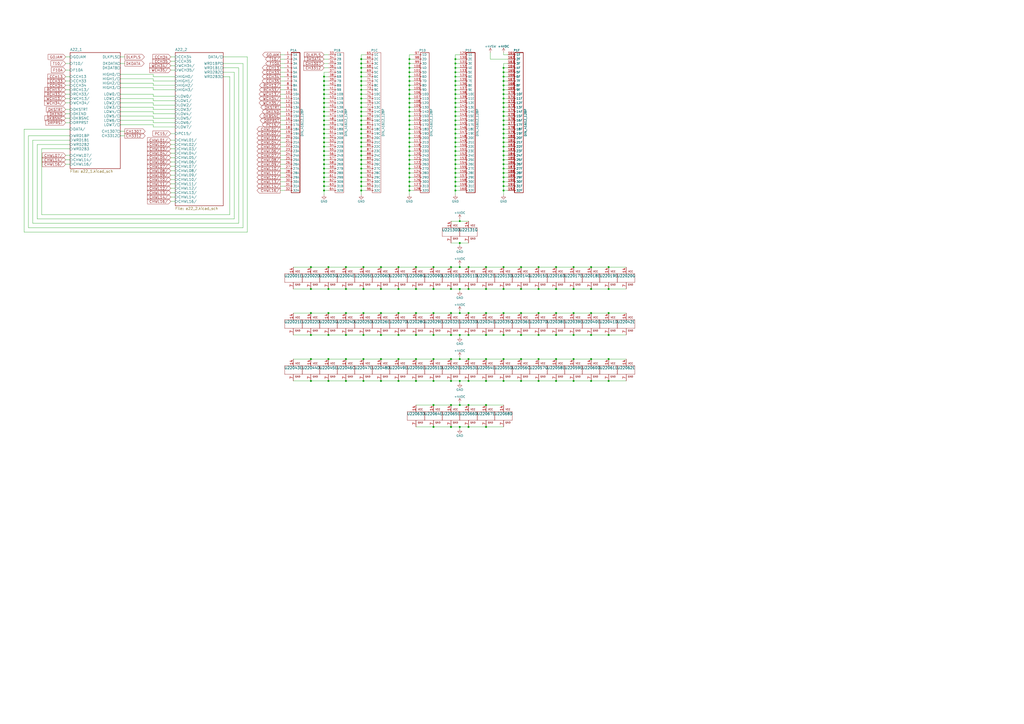
<source format=kicad_sch>
(kicad_sch (version 20211123) (generator eeschema)
  (paper "A2")
  (junction (at 271.78 194.31))
  (junction (at 292.1 181.61))
  (junction (at 209.55 54.61))
  (junction (at 266.7 208.28))
  (junction (at 187.96 85.09))
  (junction (at 292.1 39.37))
  (junction (at 264.16 59.69))
  (junction (at 209.55 49.53))
  (junction (at 292.1 62.23))
  (junction (at 292.1 49.53))
  (junction (at 187.96 97.79))
  (junction (at 322.58 220.98))
  (junction (at 251.46 208.28))
  (junction (at 302.26 154.94))
  (junction (at 210.82 154.94))
  (junction (at 187.96 52.07))
  (junction (at 264.16 69.85))
  (junction (at 266.7 247.65))
  (junction (at 237.49 57.15))
  (junction (at 209.55 107.95))
  (junction (at 266.7 140.97))
  (junction (at 251.46 194.31))
  (junction (at 264.16 85.09))
  (junction (at 264.16 77.47))
  (junction (at 209.55 44.45))
  (junction (at 209.55 90.17))
  (junction (at 261.62 247.65))
  (junction (at 251.46 220.98))
  (junction (at 187.96 59.69))
  (junction (at 237.49 74.93))
  (junction (at 187.96 110.49))
  (junction (at 264.16 36.83))
  (junction (at 220.98 167.64))
  (junction (at 187.96 67.31))
  (junction (at 209.55 100.33))
  (junction (at 292.1 44.45))
  (junction (at 322.58 194.31))
  (junction (at 187.96 92.71))
  (junction (at 292.1 92.71))
  (junction (at 292.1 85.09))
  (junction (at 264.16 57.15))
  (junction (at 292.1 154.94))
  (junction (at 237.49 85.09))
  (junction (at 292.1 59.69))
  (junction (at 264.16 90.17))
  (junction (at 231.14 208.28))
  (junction (at 292.1 72.39))
  (junction (at 261.62 167.64))
  (junction (at 180.34 208.28))
  (junction (at 266.7 154.94))
  (junction (at 200.66 181.61))
  (junction (at 210.82 181.61))
  (junction (at 264.16 34.29))
  (junction (at 266.7 181.61))
  (junction (at 187.96 87.63))
  (junction (at 187.96 77.47))
  (junction (at 312.42 154.94))
  (junction (at 264.16 80.01))
  (junction (at 237.49 87.63))
  (junction (at 281.94 208.28))
  (junction (at 187.96 80.01))
  (junction (at 312.42 194.31))
  (junction (at 342.9 181.61))
  (junction (at 237.49 34.29))
  (junction (at 264.16 74.93))
  (junction (at 237.49 64.77))
  (junction (at 187.96 49.53))
  (junction (at 237.49 54.61))
  (junction (at 210.82 208.28))
  (junction (at 322.58 181.61))
  (junction (at 237.49 100.33))
  (junction (at 209.55 110.49))
  (junction (at 312.42 220.98))
  (junction (at 190.5 181.61))
  (junction (at 302.26 220.98))
  (junction (at 266.7 220.98))
  (junction (at 292.1 80.01))
  (junction (at 292.1 74.93))
  (junction (at 342.9 167.64))
  (junction (at 292.1 87.63))
  (junction (at 220.98 181.61))
  (junction (at 237.49 44.45))
  (junction (at 209.55 64.77))
  (junction (at 209.55 87.63))
  (junction (at 237.49 41.91))
  (junction (at 241.3 194.31))
  (junction (at 231.14 167.64))
  (junction (at 266.7 234.95))
  (junction (at 261.62 208.28))
  (junction (at 237.49 92.71))
  (junction (at 200.66 208.28))
  (junction (at 292.1 100.33))
  (junction (at 292.1 90.17))
  (junction (at 264.16 102.87))
  (junction (at 220.98 154.94))
  (junction (at 237.49 95.25))
  (junction (at 200.66 194.31))
  (junction (at 231.14 154.94))
  (junction (at 264.16 64.77))
  (junction (at 209.55 59.69))
  (junction (at 264.16 87.63))
  (junction (at 190.5 220.98))
  (junction (at 231.14 181.61))
  (junction (at 264.16 110.49))
  (junction (at 342.9 154.94))
  (junction (at 264.16 52.07))
  (junction (at 251.46 154.94))
  (junction (at 332.74 208.28))
  (junction (at 312.42 167.64))
  (junction (at 264.16 100.33))
  (junction (at 266.7 167.64))
  (junction (at 292.1 57.15))
  (junction (at 209.55 92.71))
  (junction (at 180.34 194.31))
  (junction (at 187.96 102.87))
  (junction (at 261.62 181.61))
  (junction (at 187.96 95.25))
  (junction (at 237.49 80.01))
  (junction (at 271.78 167.64))
  (junction (at 261.62 154.94))
  (junction (at 292.1 64.77))
  (junction (at 237.49 110.49))
  (junction (at 322.58 208.28))
  (junction (at 237.49 82.55))
  (junction (at 266.7 194.31))
  (junction (at 241.3 208.28))
  (junction (at 187.96 64.77))
  (junction (at 292.1 82.55))
  (junction (at 281.94 194.31))
  (junction (at 180.34 220.98))
  (junction (at 281.94 167.64))
  (junction (at 237.49 107.95))
  (junction (at 187.96 54.61))
  (junction (at 353.06 220.98))
  (junction (at 271.78 220.98))
  (junction (at 271.78 181.61))
  (junction (at 353.06 208.28))
  (junction (at 190.5 194.31))
  (junction (at 292.1 52.07))
  (junction (at 292.1 208.28))
  (junction (at 200.66 167.64))
  (junction (at 220.98 194.31))
  (junction (at 353.06 167.64))
  (junction (at 237.49 72.39))
  (junction (at 292.1 110.49))
  (junction (at 231.14 220.98))
  (junction (at 264.16 67.31))
  (junction (at 220.98 220.98))
  (junction (at 264.16 105.41))
  (junction (at 237.49 46.99))
  (junction (at 342.9 208.28))
  (junction (at 187.96 107.95))
  (junction (at 209.55 46.99))
  (junction (at 292.1 41.91))
  (junction (at 209.55 80.01))
  (junction (at 190.5 167.64))
  (junction (at 264.16 46.99))
  (junction (at 180.34 181.61))
  (junction (at 264.16 107.95))
  (junction (at 292.1 107.95))
  (junction (at 237.49 102.87))
  (junction (at 312.42 208.28))
  (junction (at 180.34 167.64))
  (junction (at 209.55 72.39))
  (junction (at 187.96 100.33))
  (junction (at 237.49 77.47))
  (junction (at 292.1 97.79))
  (junction (at 264.16 49.53))
  (junction (at 209.55 39.37))
  (junction (at 210.82 220.98))
  (junction (at 200.66 220.98))
  (junction (at 292.1 54.61))
  (junction (at 209.55 77.47))
  (junction (at 271.78 154.94))
  (junction (at 281.94 154.94))
  (junction (at 220.98 208.28))
  (junction (at 332.74 194.31))
  (junction (at 251.46 247.65))
  (junction (at 187.96 74.93))
  (junction (at 264.16 82.55))
  (junction (at 209.55 62.23))
  (junction (at 332.74 167.64))
  (junction (at 264.16 39.37))
  (junction (at 264.16 62.23))
  (junction (at 209.55 36.83))
  (junction (at 353.06 181.61))
  (junction (at 209.55 105.41))
  (junction (at 209.55 67.31))
  (junction (at 342.9 220.98))
  (junction (at 264.16 41.91))
  (junction (at 271.78 234.95))
  (junction (at 237.49 52.07))
  (junction (at 187.96 62.23))
  (junction (at 209.55 57.15))
  (junction (at 210.82 167.64))
  (junction (at 302.26 181.61))
  (junction (at 251.46 181.61))
  (junction (at 264.16 97.79))
  (junction (at 187.96 44.45))
  (junction (at 281.94 181.61))
  (junction (at 353.06 154.94))
  (junction (at 209.55 52.07))
  (junction (at 241.3 154.94))
  (junction (at 187.96 46.99))
  (junction (at 180.34 154.94))
  (junction (at 237.49 97.79))
  (junction (at 209.55 97.79))
  (junction (at 209.55 102.87))
  (junction (at 241.3 167.64))
  (junction (at 241.3 181.61))
  (junction (at 322.58 167.64))
  (junction (at 187.96 90.17))
  (junction (at 281.94 247.65))
  (junction (at 302.26 194.31))
  (junction (at 237.49 39.37))
  (junction (at 209.55 74.93))
  (junction (at 237.49 90.17))
  (junction (at 190.5 154.94))
  (junction (at 209.55 69.85))
  (junction (at 264.16 95.25))
  (junction (at 209.55 95.25))
  (junction (at 264.16 44.45))
  (junction (at 292.1 194.31))
  (junction (at 187.96 69.85))
  (junction (at 187.96 57.15))
  (junction (at 237.49 62.23))
  (junction (at 237.49 69.85))
  (junction (at 292.1 220.98))
  (junction (at 251.46 234.95))
  (junction (at 292.1 46.99))
  (junction (at 187.96 105.41))
  (junction (at 264.16 54.61))
  (junction (at 292.1 69.85))
  (junction (at 209.55 34.29))
  (junction (at 302.26 208.28))
  (junction (at 210.82 194.31))
  (junction (at 264.16 92.71))
  (junction (at 237.49 36.83))
  (junction (at 241.3 220.98))
  (junction (at 264.16 72.39))
  (junction (at 261.62 220.98))
  (junction (at 190.5 208.28))
  (junction (at 292.1 167.64))
  (junction (at 353.06 194.31))
  (junction (at 237.49 49.53))
  (junction (at 332.74 181.61))
  (junction (at 292.1 102.87))
  (junction (at 292.1 77.47))
  (junction (at 187.96 72.39))
  (junction (at 187.96 82.55))
  (junction (at 332.74 154.94))
  (junction (at 261.62 194.31))
  (junction (at 266.7 128.27))
  (junction (at 237.49 59.69))
  (junction (at 322.58 154.94))
  (junction (at 312.42 181.61))
  (junction (at 332.74 220.98))
  (junction (at 231.14 194.31))
  (junction (at 261.62 234.95))
  (junction (at 292.1 67.31))
  (junction (at 302.26 167.64))
  (junction (at 237.49 105.41))
  (junction (at 237.49 67.31))
  (junction (at 292.1 95.25))
  (junction (at 209.55 85.09))
  (junction (at 200.66 154.94))
  (junction (at 281.94 220.98))
  (junction (at 209.55 41.91))
  (junction (at 342.9 194.31))
  (junction (at 271.78 208.28))
  (junction (at 292.1 105.41))
  (junction (at 251.46 167.64))
  (junction (at 209.55 82.55))
  (junction (at 271.78 247.65))
  (junction (at 281.94 234.95))
  (wire (pts (xy 264.16 64.77) (xy 266.7 64.77)))
  (wire (pts (xy 271.78 194.31) (xy 266.7 194.31)))
  (wire (pts (xy 209.55 54.61) (xy 212.09 54.61)))
  (wire (pts (xy 240.03 31.75) (xy 237.49 31.75)))
  (wire (pts (xy 13.97 134.62) (xy 13.97 74.93)))
  (wire (pts (xy 220.98 181.61) (xy 231.14 181.61)))
  (wire (pts (xy 264.16 102.87) (xy 264.16 105.41)))
  (wire (pts (xy 266.7 181.61) (xy 271.78 181.61)))
  (wire (pts (xy 40.64 68.58) (xy 38.1 68.58)))
  (wire (pts (xy 187.96 46.99) (xy 190.5 46.99)))
  (wire (pts (xy 187.96 82.55) (xy 187.96 80.01)))
  (wire (pts (xy 187.96 92.71) (xy 187.96 90.17)))
  (wire (pts (xy 101.6 40.64) (xy 99.06 40.64)))
  (wire (pts (xy 69.85 78.74) (xy 72.39 78.74)))
  (wire (pts (xy 165.1 72.39) (xy 162.56 72.39)))
  (wire (pts (xy 209.55 107.95) (xy 212.09 107.95)))
  (wire (pts (xy 292.1 247.65) (xy 281.94 247.65)))
  (wire (pts (xy 302.26 167.64) (xy 312.42 167.64)))
  (wire (pts (xy 342.9 194.31) (xy 332.74 194.31)))
  (wire (pts (xy 237.49 90.17) (xy 240.03 90.17)))
  (wire (pts (xy 237.49 105.41) (xy 237.49 107.95)))
  (wire (pts (xy 187.96 85.09) (xy 190.5 85.09)))
  (wire (pts (xy 209.55 57.15) (xy 209.55 59.69)))
  (wire (pts (xy 19.05 81.28) (xy 40.64 81.28)))
  (wire (pts (xy 187.96 46.99) (xy 187.96 44.45)))
  (wire (pts (xy 165.1 31.75) (xy 162.56 31.75)))
  (wire (pts (xy 264.16 85.09) (xy 266.7 85.09)))
  (wire (pts (xy 209.55 107.95) (xy 209.55 110.49)))
  (wire (pts (xy 187.96 59.69) (xy 190.5 59.69)))
  (wire (pts (xy 209.55 39.37) (xy 209.55 41.91)))
  (wire (pts (xy 292.1 90.17) (xy 292.1 92.71)))
  (wire (pts (xy 187.96 52.07) (xy 190.5 52.07)))
  (wire (pts (xy 209.55 72.39) (xy 209.55 74.93)))
  (wire (pts (xy 251.46 247.65) (xy 241.3 247.65)))
  (wire (pts (xy 231.14 167.64) (xy 241.3 167.64)))
  (wire (pts (xy 190.5 167.64) (xy 200.66 167.64)))
  (wire (pts (xy 165.1 49.53) (xy 162.56 49.53)))
  (wire (pts (xy 237.49 57.15) (xy 237.49 59.69)))
  (wire (pts (xy 209.55 72.39) (xy 212.09 72.39)))
  (wire (pts (xy 88.9 52.07) (xy 101.6 52.07)))
  (wire (pts (xy 88.9 49.53) (xy 101.6 49.53)))
  (wire (pts (xy 209.55 62.23) (xy 209.55 64.77)))
  (wire (pts (xy 209.55 82.55) (xy 209.55 85.09)))
  (wire (pts (xy 292.1 41.91) (xy 292.1 44.45)))
  (wire (pts (xy 342.9 167.64) (xy 353.06 167.64)))
  (wire (pts (xy 165.1 80.01) (xy 162.56 80.01)))
  (wire (pts (xy 332.74 194.31) (xy 322.58 194.31)))
  (wire (pts (xy 237.49 100.33) (xy 237.49 102.87)))
  (wire (pts (xy 294.64 36.83) (xy 292.1 36.83)))
  (wire (pts (xy 266.7 31.75) (xy 264.16 31.75)))
  (wire (pts (xy 209.55 74.93) (xy 209.55 77.47)))
  (wire (pts (xy 237.49 44.45) (xy 237.49 46.99)))
  (wire (pts (xy 209.55 105.41) (xy 212.09 105.41)))
  (wire (pts (xy 332.74 167.64) (xy 342.9 167.64)))
  (wire (pts (xy 251.46 181.61) (xy 261.62 181.61)))
  (wire (pts (xy 264.16 62.23) (xy 266.7 62.23)))
  (wire (pts (xy 101.6 81.28) (xy 99.06 81.28)))
  (wire (pts (xy 88.9 60.96) (xy 101.6 60.96)))
  (wire (pts (xy 292.1 208.28) (xy 302.26 208.28)))
  (wire (pts (xy 292.1 181.61) (xy 302.26 181.61)))
  (wire (pts (xy 292.1 102.87) (xy 294.64 102.87)))
  (wire (pts (xy 292.1 49.53) (xy 294.64 49.53)))
  (wire (pts (xy 88.9 71.12) (xy 101.6 71.12)))
  (wire (pts (xy 281.94 167.64) (xy 292.1 167.64)))
  (wire (pts (xy 209.55 57.15) (xy 212.09 57.15)))
  (wire (pts (xy 209.55 87.63) (xy 209.55 90.17)))
  (wire (pts (xy 69.85 76.2) (xy 72.39 76.2)))
  (wire (pts (xy 209.55 46.99) (xy 209.55 49.53)))
  (wire (pts (xy 237.49 107.95) (xy 240.03 107.95)))
  (wire (pts (xy 209.55 105.41) (xy 209.55 107.95)))
  (wire (pts (xy 88.9 62.23) (xy 88.9 63.5)))
  (wire (pts (xy 292.1 49.53) (xy 292.1 52.07)))
  (wire (pts (xy 292.1 80.01) (xy 292.1 82.55)))
  (wire (pts (xy 281.94 247.65) (xy 271.78 247.65)))
  (wire (pts (xy 292.1 82.55) (xy 294.64 82.55)))
  (wire (pts (xy 322.58 167.64) (xy 332.74 167.64)))
  (wire (pts (xy 292.1 102.87) (xy 292.1 105.41)))
  (wire (pts (xy 264.16 69.85) (xy 266.7 69.85)))
  (wire (pts (xy 165.1 69.85) (xy 162.56 69.85)))
  (wire (pts (xy 209.55 41.91) (xy 212.09 41.91)))
  (wire (pts (xy 353.06 208.28) (xy 363.22 208.28)))
  (wire (pts (xy 190.5 31.75) (xy 187.96 31.75)))
  (wire (pts (xy 187.96 110.49) (xy 187.96 107.95)))
  (wire (pts (xy 209.55 90.17) (xy 209.55 92.71)))
  (wire (pts (xy 237.49 69.85) (xy 237.49 72.39)))
  (wire (pts (xy 322.58 181.61) (xy 332.74 181.61)))
  (wire (pts (xy 165.1 62.23) (xy 162.56 62.23)))
  (wire (pts (xy 266.7 233.68) (xy 266.7 234.95)))
  (wire (pts (xy 264.16 69.85) (xy 264.16 72.39)))
  (wire (pts (xy 231.14 154.94) (xy 241.3 154.94)))
  (wire (pts (xy 342.9 181.61) (xy 353.06 181.61)))
  (wire (pts (xy 40.64 52.07) (xy 38.1 52.07)))
  (wire (pts (xy 237.49 105.41) (xy 240.03 105.41)))
  (wire (pts (xy 209.55 52.07) (xy 209.55 54.61)))
  (wire (pts (xy 88.9 73.66) (xy 101.6 73.66)))
  (wire (pts (xy 292.1 100.33) (xy 294.64 100.33)))
  (wire (pts (xy 237.49 72.39) (xy 237.49 74.93)))
  (wire (pts (xy 187.96 85.09) (xy 187.96 82.55)))
  (wire (pts (xy 187.96 59.69) (xy 187.96 57.15)))
  (wire (pts (xy 261.62 247.65) (xy 251.46 247.65)))
  (wire (pts (xy 237.49 82.55) (xy 237.49 85.09)))
  (wire (pts (xy 237.49 85.09) (xy 237.49 87.63)))
  (wire (pts (xy 266.7 140.97) (xy 266.7 142.24)))
  (wire (pts (xy 237.49 67.31) (xy 240.03 67.31)))
  (wire (pts (xy 237.49 97.79) (xy 240.03 97.79)))
  (wire (pts (xy 220.98 220.98) (xy 210.82 220.98)))
  (wire (pts (xy 237.49 107.95) (xy 237.49 110.49)))
  (wire (pts (xy 88.9 63.5) (xy 101.6 63.5)))
  (wire (pts (xy 241.3 194.31) (xy 231.14 194.31)))
  (wire (pts (xy 237.49 44.45) (xy 240.03 44.45)))
  (wire (pts (xy 292.1 105.41) (xy 294.64 105.41)))
  (wire (pts (xy 200.66 181.61) (xy 210.82 181.61)))
  (wire (pts (xy 200.66 167.64) (xy 210.82 167.64)))
  (wire (pts (xy 187.96 62.23) (xy 187.96 59.69)))
  (wire (pts (xy 165.1 102.87) (xy 162.56 102.87)))
  (wire (pts (xy 187.96 87.63) (xy 187.96 85.09)))
  (wire (pts (xy 292.1 92.71) (xy 294.64 92.71)))
  (wire (pts (xy 241.3 234.95) (xy 251.46 234.95)))
  (wire (pts (xy 264.16 46.99) (xy 266.7 46.99)))
  (wire (pts (xy 292.1 64.77) (xy 292.1 67.31)))
  (wire (pts (xy 101.6 116.84) (xy 99.06 116.84)))
  (wire (pts (xy 165.1 110.49) (xy 162.56 110.49)))
  (wire (pts (xy 88.9 67.31) (xy 88.9 68.58)))
  (wire (pts (xy 322.58 220.98) (xy 312.42 220.98)))
  (wire (pts (xy 101.6 104.14) (xy 99.06 104.14)))
  (wire (pts (xy 302.26 208.28) (xy 312.42 208.28)))
  (wire (pts (xy 40.64 57.15) (xy 38.1 57.15)))
  (wire (pts (xy 88.9 68.58) (xy 101.6 68.58)))
  (wire (pts (xy 170.18 154.94) (xy 180.34 154.94)))
  (wire (pts (xy 264.16 107.95) (xy 264.16 110.49)))
  (wire (pts (xy 209.55 80.01) (xy 212.09 80.01)))
  (wire (pts (xy 237.49 102.87) (xy 240.03 102.87)))
  (wire (pts (xy 209.55 49.53) (xy 212.09 49.53)))
  (wire (pts (xy 237.49 90.17) (xy 237.49 92.71)))
  (wire (pts (xy 180.34 154.94) (xy 190.5 154.94)))
  (wire (pts (xy 101.6 33.02) (xy 99.06 33.02)))
  (wire (pts (xy 165.1 64.77) (xy 162.56 64.77)))
  (wire (pts (xy 237.49 46.99) (xy 237.49 49.53)))
  (wire (pts (xy 40.64 46.99) (xy 38.1 46.99)))
  (wire (pts (xy 292.1 44.45) (xy 294.64 44.45)))
  (wire (pts (xy 16.51 78.74) (xy 40.64 78.74)))
  (wire (pts (xy 264.16 57.15) (xy 266.7 57.15)))
  (wire (pts (xy 261.62 234.95) (xy 266.7 234.95)))
  (wire (pts (xy 292.1 62.23) (xy 292.1 64.77)))
  (wire (pts (xy 281.94 194.31) (xy 271.78 194.31)))
  (wire (pts (xy 209.55 102.87) (xy 212.09 102.87)))
  (wire (pts (xy 264.16 59.69) (xy 264.16 62.23)))
  (wire (pts (xy 187.96 90.17) (xy 187.96 87.63)))
  (wire (pts (xy 266.7 127) (xy 266.7 128.27)))
  (wire (pts (xy 165.1 105.41) (xy 162.56 105.41)))
  (wire (pts (xy 101.6 111.76) (xy 99.06 111.76)))
  (wire (pts (xy 237.49 77.47) (xy 237.49 80.01)))
  (wire (pts (xy 209.55 67.31) (xy 212.09 67.31)))
  (wire (pts (xy 209.55 69.85) (xy 212.09 69.85)))
  (wire (pts (xy 264.16 52.07) (xy 264.16 54.61)))
  (wire (pts (xy 292.1 87.63) (xy 294.64 87.63)))
  (wire (pts (xy 292.1 80.01) (xy 294.64 80.01)))
  (wire (pts (xy 165.1 54.61) (xy 162.56 54.61)))
  (wire (pts (xy 187.96 62.23) (xy 190.5 62.23)))
  (wire (pts (xy 187.96 64.77) (xy 187.96 62.23)))
  (wire (pts (xy 209.55 59.69) (xy 212.09 59.69)))
  (wire (pts (xy 231.14 181.61) (xy 241.3 181.61)))
  (wire (pts (xy 266.7 194.31) (xy 261.62 194.31)))
  (wire (pts (xy 237.49 82.55) (xy 240.03 82.55)))
  (wire (pts (xy 190.5 39.37) (xy 187.96 39.37)))
  (wire (pts (xy 237.49 49.53) (xy 237.49 52.07)))
  (wire (pts (xy 241.3 154.94) (xy 251.46 154.94)))
  (wire (pts (xy 292.1 72.39) (xy 292.1 74.93)))
  (wire (pts (xy 170.18 208.28) (xy 180.34 208.28)))
  (wire (pts (xy 231.14 194.31) (xy 220.98 194.31)))
  (wire (pts (xy 187.96 110.49) (xy 190.5 110.49)))
  (wire (pts (xy 237.49 36.83) (xy 237.49 39.37)))
  (wire (pts (xy 292.1 95.25) (xy 292.1 97.79)))
  (wire (pts (xy 220.98 154.94) (xy 231.14 154.94)))
  (wire (pts (xy 237.49 80.01) (xy 237.49 82.55)))
  (wire (pts (xy 264.16 90.17) (xy 264.16 92.71)))
  (wire (pts (xy 129.54 41.91) (xy 135.89 41.91)))
  (wire (pts (xy 264.16 107.95) (xy 266.7 107.95)))
  (wire (pts (xy 209.55 36.83) (xy 209.55 39.37)))
  (wire (pts (xy 271.78 220.98) (xy 266.7 220.98)))
  (wire (pts (xy 251.46 234.95) (xy 261.62 234.95)))
  (wire (pts (xy 264.16 62.23) (xy 264.16 64.77)))
  (wire (pts (xy 353.06 154.94) (xy 363.22 154.94)))
  (wire (pts (xy 264.16 52.07) (xy 266.7 52.07)))
  (wire (pts (xy 292.1 67.31) (xy 294.64 67.31)))
  (wire (pts (xy 353.06 194.31) (xy 342.9 194.31)))
  (wire (pts (xy 209.55 59.69) (xy 209.55 62.23)))
  (wire (pts (xy 88.9 50.8) (xy 88.9 52.07)))
  (wire (pts (xy 69.85 50.8) (xy 88.9 50.8)))
  (wire (pts (xy 292.1 82.55) (xy 292.1 85.09)))
  (wire (pts (xy 292.1 110.49) (xy 294.64 110.49)))
  (wire (pts (xy 251.46 208.28) (xy 261.62 208.28)))
  (wire (pts (xy 237.49 110.49) (xy 237.49 113.03)))
  (wire (pts (xy 292.1 107.95) (xy 292.1 110.49)))
  (wire (pts (xy 237.49 77.47) (xy 240.03 77.47)))
  (wire (pts (xy 261.62 154.94) (xy 266.7 154.94)))
  (wire (pts (xy 237.49 39.37) (xy 240.03 39.37)))
  (wire (pts (xy 187.96 80.01) (xy 187.96 77.47)))
  (wire (pts (xy 88.9 66.04) (xy 101.6 66.04)))
  (wire (pts (xy 266.7 140.97) (xy 271.78 140.97)))
  (wire (pts (xy 165.1 52.07) (xy 162.56 52.07)))
  (wire (pts (xy 69.85 67.31) (xy 88.9 67.31)))
  (wire (pts (xy 40.64 71.12) (xy 38.1 71.12)))
  (wire (pts (xy 69.85 57.15) (xy 88.9 57.15)))
  (wire (pts (xy 88.9 58.42) (xy 101.6 58.42)))
  (wire (pts (xy 200.66 208.28) (xy 210.82 208.28)))
  (wire (pts (xy 264.16 97.79) (xy 266.7 97.79)))
  (wire (pts (xy 261.62 194.31) (xy 251.46 194.31)))
  (wire (pts (xy 88.9 43.18) (xy 69.85 43.18)))
  (wire (pts (xy 88.9 55.88) (xy 101.6 55.88)))
  (wire (pts (xy 165.1 90.17) (xy 162.56 90.17)))
  (wire (pts (xy 266.7 167.64) (xy 271.78 167.64)))
  (wire (pts (xy 237.49 39.37) (xy 237.49 41.91)))
  (wire (pts (xy 264.16 77.47) (xy 266.7 77.47)))
  (wire (pts (xy 165.1 97.79) (xy 162.56 97.79)))
  (wire (pts (xy 264.16 72.39) (xy 266.7 72.39)))
  (wire (pts (xy 292.1 54.61) (xy 292.1 57.15)))
  (wire (pts (xy 264.16 49.53) (xy 266.7 49.53)))
  (wire (pts (xy 187.96 44.45) (xy 187.96 41.91)))
  (wire (pts (xy 170.18 181.61) (xy 180.34 181.61)))
  (wire (pts (xy 212.09 34.29) (xy 209.55 34.29)))
  (wire (pts (xy 271.78 154.94) (xy 281.94 154.94)))
  (wire (pts (xy 312.42 154.94) (xy 322.58 154.94)))
  (wire (pts (xy 40.64 49.53) (xy 38.1 49.53)))
  (wire (pts (xy 209.55 92.71) (xy 209.55 95.25)))
  (wire (pts (xy 40.64 36.83) (xy 38.1 36.83)))
  (wire (pts (xy 40.64 33.02) (xy 38.1 33.02)))
  (wire (pts (xy 138.43 39.37) (xy 138.43 129.54)))
  (wire (pts (xy 342.9 220.98) (xy 332.74 220.98)))
  (wire (pts (xy 187.96 69.85) (xy 187.96 67.31)))
  (wire (pts (xy 187.96 105.41) (xy 190.5 105.41)))
  (wire (pts (xy 209.55 44.45) (xy 209.55 46.99)))
  (wire (pts (xy 69.85 62.23) (xy 88.9 62.23)))
  (wire (pts (xy 210.82 167.64) (xy 220.98 167.64)))
  (wire (pts (xy 237.49 67.31) (xy 237.49 69.85)))
  (wire (pts (xy 200.66 220.98) (xy 190.5 220.98)))
  (wire (pts (xy 187.96 100.33) (xy 190.5 100.33)))
  (wire (pts (xy 292.1 92.71) (xy 292.1 95.25)))
  (wire (pts (xy 237.49 87.63) (xy 237.49 90.17)))
  (wire (pts (xy 237.49 52.07) (xy 240.03 52.07)))
  (wire (pts (xy 209.55 44.45) (xy 212.09 44.45)))
  (wire (pts (xy 281.94 208.28) (xy 292.1 208.28)))
  (wire (pts (xy 231.14 208.28) (xy 241.3 208.28)))
  (wire (pts (xy 237.49 62.23) (xy 237.49 64.77)))
  (wire (pts (xy 88.9 69.85) (xy 88.9 71.12)))
  (wire (pts (xy 322.58 194.31) (xy 312.42 194.31)))
  (wire (pts (xy 180.34 220.98) (xy 170.18 220.98)))
  (wire (pts (xy 261.62 220.98) (xy 251.46 220.98)))
  (wire (pts (xy 13.97 74.93) (xy 40.64 74.93)))
  (wire (pts (xy 200.66 194.31) (xy 190.5 194.31)))
  (wire (pts (xy 271.78 167.64) (xy 281.94 167.64)))
  (wire (pts (xy 292.1 97.79) (xy 292.1 100.33)))
  (wire (pts (xy 88.9 48.26) (xy 88.9 49.53)))
  (wire (pts (xy 264.16 67.31) (xy 266.7 67.31)))
  (wire (pts (xy 209.55 46.99) (xy 212.09 46.99)))
  (wire (pts (xy 209.55 100.33) (xy 209.55 102.87)))
  (wire (pts (xy 101.6 93.98) (xy 99.06 93.98)))
  (wire (pts (xy 264.16 39.37) (xy 266.7 39.37)))
  (wire (pts (xy 322.58 154.94) (xy 332.74 154.94)))
  (wire (pts (xy 40.64 59.69) (xy 38.1 59.69)))
  (wire (pts (xy 187.96 57.15) (xy 187.96 54.61)))
  (wire (pts (xy 21.59 127) (xy 21.59 83.82)))
  (wire (pts (xy 129.54 39.37) (xy 138.43 39.37)))
  (wire (pts (xy 292.1 77.47) (xy 292.1 80.01)))
  (wire (pts (xy 264.16 102.87) (xy 266.7 102.87)))
  (wire (pts (xy 264.16 87.63) (xy 266.7 87.63)))
  (wire (pts (xy 241.3 181.61) (xy 251.46 181.61)))
  (wire (pts (xy 237.49 31.75) (xy 237.49 34.29)))
  (wire (pts (xy 133.35 124.46) (xy 24.13 124.46)))
  (wire (pts (xy 264.16 46.99) (xy 264.16 49.53)))
  (wire (pts (xy 266.7 34.29) (xy 264.16 34.29)))
  (wire (pts (xy 266.7 167.64) (xy 266.7 168.91)))
  (wire (pts (xy 264.16 34.29) (xy 264.16 36.83)))
  (wire (pts (xy 271.78 181.61) (xy 281.94 181.61)))
  (wire (pts (xy 261.62 128.27) (xy 266.7 128.27)))
  (wire (pts (xy 140.97 36.83) (xy 140.97 132.08)))
  (wire (pts (xy 241.3 208.28) (xy 251.46 208.28)))
  (wire (pts (xy 264.16 36.83) (xy 264.16 39.37)))
  (wire (pts (xy 143.51 33.02) (xy 143.51 134.62)))
  (wire (pts (xy 271.78 208.28) (xy 281.94 208.28)))
  (wire (pts (xy 264.16 85.09) (xy 264.16 87.63)))
  (wire (pts (xy 266.7 180.34) (xy 266.7 181.61)))
  (wire (pts (xy 237.49 46.99) (xy 240.03 46.99)))
  (wire (pts (xy 322.58 208.28) (xy 332.74 208.28)))
  (wire (pts (xy 69.85 72.39) (xy 88.9 72.39)))
  (wire (pts (xy 266.7 220.98) (xy 266.7 222.25)))
  (wire (pts (xy 40.64 90.17) (xy 38.1 90.17)))
  (wire (pts (xy 264.16 67.31) (xy 264.16 69.85)))
  (wire (pts (xy 332.74 220.98) (xy 322.58 220.98)))
  (wire (pts (xy 292.1 77.47) (xy 294.64 77.47)))
  (wire (pts (xy 40.64 66.04) (xy 38.1 66.04)))
  (wire (pts (xy 187.96 82.55) (xy 190.5 82.55)))
  (wire (pts (xy 101.6 96.52) (xy 99.06 96.52)))
  (wire (pts (xy 187.96 100.33) (xy 187.96 97.79)))
  (wire (pts (xy 264.16 105.41) (xy 266.7 105.41)))
  (wire (pts (xy 187.96 74.93) (xy 190.5 74.93)))
  (wire (pts (xy 281.94 181.61) (xy 292.1 181.61)))
  (wire (pts (xy 165.1 82.55) (xy 162.56 82.55)))
  (wire (pts (xy 187.96 107.95) (xy 187.96 105.41)))
  (wire (pts (xy 187.96 72.39) (xy 190.5 72.39)))
  (wire (pts (xy 88.9 46.99) (xy 101.6 46.99)))
  (wire (pts (xy 292.1 69.85) (xy 292.1 72.39)))
  (wire (pts (xy 40.64 40.64) (xy 38.1 40.64)))
  (wire (pts (xy 101.6 106.68) (xy 99.06 106.68)))
  (wire (pts (xy 292.1 44.45) (xy 292.1 46.99)))
  (wire (pts (xy 187.96 105.41) (xy 187.96 102.87)))
  (wire (pts (xy 69.85 48.26) (xy 88.9 48.26)))
  (wire (pts (xy 101.6 99.06) (xy 99.06 99.06)))
  (wire (pts (xy 88.9 59.69) (xy 88.9 60.96)))
  (wire (pts (xy 165.1 34.29) (xy 162.56 34.29)))
  (wire (pts (xy 251.46 220.98) (xy 241.3 220.98)))
  (wire (pts (xy 251.46 154.94) (xy 261.62 154.94)))
  (wire (pts (xy 24.13 124.46) (xy 24.13 86.36)))
  (wire (pts (xy 264.16 92.71) (xy 264.16 95.25)))
  (wire (pts (xy 292.1 72.39) (xy 294.64 72.39)))
  (wire (pts (xy 209.55 85.09) (xy 212.09 85.09)))
  (wire (pts (xy 190.5 194.31) (xy 180.34 194.31)))
  (wire (pts (xy 266.7 208.28) (xy 271.78 208.28)))
  (wire (pts (xy 264.16 64.77) (xy 264.16 67.31)))
  (wire (pts (xy 187.96 107.95) (xy 190.5 107.95)))
  (wire (pts (xy 209.55 64.77) (xy 212.09 64.77)))
  (wire (pts (xy 237.49 41.91) (xy 240.03 41.91)))
  (wire (pts (xy 200.66 154.94) (xy 210.82 154.94)))
  (wire (pts (xy 312.42 208.28) (xy 322.58 208.28)))
  (wire (pts (xy 284.48 30.48) (xy 284.48 34.29)))
  (wire (pts (xy 209.55 34.29) (xy 209.55 36.83)))
  (wire (pts (xy 302.26 194.31) (xy 292.1 194.31)))
  (wire (pts (xy 180.34 181.61) (xy 190.5 181.61)))
  (wire (pts (xy 237.49 49.53) (xy 240.03 49.53)))
  (wire (pts (xy 264.16 44.45) (xy 264.16 46.99)))
  (wire (pts (xy 190.5 220.98) (xy 180.34 220.98)))
  (wire (pts (xy 264.16 59.69) (xy 266.7 59.69)))
  (wire (pts (xy 264.16 41.91) (xy 266.7 41.91)))
  (wire (pts (xy 292.1 87.63) (xy 292.1 90.17)))
  (wire (pts (xy 187.96 72.39) (xy 187.96 69.85)))
  (wire (pts (xy 353.06 167.64) (xy 363.22 167.64)))
  (wire (pts (xy 210.82 220.98) (xy 200.66 220.98)))
  (wire (pts (xy 292.1 59.69) (xy 292.1 62.23)))
  (wire (pts (xy 209.55 95.25) (xy 212.09 95.25)))
  (wire (pts (xy 88.9 64.77) (xy 88.9 66.04)))
  (wire (pts (xy 240.03 34.29) (xy 237.49 34.29)))
  (wire (pts (xy 209.55 77.47) (xy 212.09 77.47)))
  (wire (pts (xy 209.55 87.63) (xy 212.09 87.63)))
  (wire (pts (xy 187.96 52.07) (xy 187.96 49.53)))
  (wire (pts (xy 138.43 129.54) (xy 19.05 129.54)))
  (wire (pts (xy 237.49 36.83) (xy 240.03 36.83)))
  (wire (pts (xy 165.1 41.91) (xy 162.56 41.91)))
  (wire (pts (xy 237.49 54.61) (xy 237.49 57.15)))
  (wire (pts (xy 209.55 80.01) (xy 209.55 82.55)))
  (wire (pts (xy 264.16 110.49) (xy 266.7 110.49)))
  (wire (pts (xy 264.16 95.25) (xy 266.7 95.25)))
  (wire (pts (xy 187.96 67.31) (xy 190.5 67.31)))
  (wire (pts (xy 209.55 95.25) (xy 209.55 97.79)))
  (wire (pts (xy 261.62 167.64) (xy 266.7 167.64)))
  (wire (pts (xy 281.94 154.94) (xy 292.1 154.94)))
  (wire (pts (xy 264.16 41.91) (xy 264.16 44.45)))
  (wire (pts (xy 292.1 69.85) (xy 294.64 69.85)))
  (wire (pts (xy 237.49 34.29) (xy 237.49 36.83)))
  (wire (pts (xy 241.3 167.64) (xy 251.46 167.64)))
  (wire (pts (xy 143.51 134.62) (xy 13.97 134.62)))
  (wire (pts (xy 237.49 95.25) (xy 237.49 97.79)))
  (wire (pts (xy 266.7 154.94) (xy 271.78 154.94)))
  (wire (pts (xy 187.96 95.25) (xy 187.96 92.71)))
  (wire (pts (xy 266.7 220.98) (xy 261.62 220.98)))
  (wire (pts (xy 264.16 100.33) (xy 264.16 102.87)))
  (wire (pts (xy 40.64 95.25) (xy 38.1 95.25)))
  (wire (pts (xy 69.85 59.69) (xy 88.9 59.69)))
  (wire (pts (xy 292.1 52.07) (xy 294.64 52.07)))
  (wire (pts (xy 165.1 44.45) (xy 162.56 44.45)))
  (wire (pts (xy 363.22 194.31) (xy 353.06 194.31)))
  (wire (pts (xy 292.1 46.99) (xy 294.64 46.99)))
  (wire (pts (xy 266.7 153.67) (xy 266.7 154.94)))
  (wire (pts (xy 210.82 208.28) (xy 220.98 208.28)))
  (wire (pts (xy 165.1 46.99) (xy 162.56 46.99)))
  (wire (pts (xy 312.42 167.64) (xy 322.58 167.64)))
  (wire (pts (xy 342.9 154.94) (xy 353.06 154.94)))
  (wire (pts (xy 292.1 59.69) (xy 294.64 59.69)))
  (wire (pts (xy 237.49 57.15) (xy 240.03 57.15)))
  (wire (pts (xy 292.1 64.77) (xy 294.64 64.77)))
  (wire (pts (xy 264.16 31.75) (xy 264.16 34.29)))
  (wire (pts (xy 170.18 167.64) (xy 180.34 167.64)))
  (wire (pts (xy 101.6 38.1) (xy 99.06 38.1)))
  (wire (pts (xy 209.55 64.77) (xy 209.55 67.31)))
  (wire (pts (xy 187.96 92.71) (xy 190.5 92.71)))
  (wire (pts (xy 209.55 97.79) (xy 209.55 100.33)))
  (wire (pts (xy 264.16 39.37) (xy 264.16 41.91)))
  (wire (pts (xy 101.6 83.82) (xy 99.06 83.82)))
  (wire (pts (xy 292.1 85.09) (xy 292.1 87.63)))
  (wire (pts (xy 209.55 100.33) (xy 212.09 100.33)))
  (wire (pts (xy 209.55 74.93) (xy 212.09 74.93)))
  (wire (pts (xy 209.55 85.09) (xy 209.55 87.63)))
  (wire (pts (xy 332.74 181.61) (xy 342.9 181.61)))
  (wire (pts (xy 292.1 167.64) (xy 302.26 167.64)))
  (wire (pts (xy 264.16 100.33) (xy 266.7 100.33)))
  (wire (pts (xy 264.16 87.63) (xy 264.16 90.17)))
  (wire (pts (xy 266.7 247.65) (xy 261.62 247.65)))
  (wire (pts (xy 292.1 220.98) (xy 281.94 220.98)))
  (wire (pts (xy 209.55 54.61) (xy 209.55 57.15)))
  (wire (pts (xy 187.96 54.61) (xy 187.96 52.07)))
  (wire (pts (xy 190.5 154.94) (xy 200.66 154.94)))
  (wire (pts (xy 209.55 36.83) (xy 212.09 36.83)))
  (wire (pts (xy 266.7 207.01) (xy 266.7 208.28)))
  (wire (pts (xy 292.1 41.91) (xy 294.64 41.91)))
  (wire (pts (xy 101.6 88.9) (xy 99.06 88.9)))
  (wire (pts (xy 231.14 220.98) (xy 220.98 220.98)))
  (wire (pts (xy 292.1 100.33) (xy 292.1 102.87)))
  (wire (pts (xy 187.96 77.47) (xy 187.96 74.93)))
  (wire (pts (xy 69.85 45.72) (xy 88.9 45.72)))
  (wire (pts (xy 264.16 82.55) (xy 266.7 82.55)))
  (wire (pts (xy 187.96 49.53) (xy 190.5 49.53)))
  (wire (pts (xy 187.96 97.79) (xy 187.96 95.25)))
  (wire (pts (xy 264.16 36.83) (xy 266.7 36.83)))
  (wire (pts (xy 266.7 128.27) (xy 271.78 128.27)))
  (wire (pts (xy 69.85 69.85) (xy 88.9 69.85)))
  (wire (pts (xy 187.96 80.01) (xy 190.5 80.01)))
  (wire (pts (xy 165.1 107.95) (xy 162.56 107.95)))
  (wire (pts (xy 264.16 77.47) (xy 264.16 80.01)))
  (wire (pts (xy 210.82 181.61) (xy 220.98 181.61)))
  (wire (pts (xy 237.49 92.71) (xy 237.49 95.25)))
  (wire (pts (xy 271.78 234.95) (xy 281.94 234.95)))
  (wire (pts (xy 69.85 33.02) (xy 72.39 33.02)))
  (wire (pts (xy 237.49 92.71) (xy 240.03 92.71)))
  (wire (pts (xy 187.96 49.53) (xy 187.96 46.99)))
  (wire (pts (xy 264.16 54.61) (xy 264.16 57.15)))
  (wire (pts (xy 88.9 64.77) (xy 69.85 64.77)))
  (wire (pts (xy 292.1 90.17) (xy 294.64 90.17)))
  (wire (pts (xy 40.64 63.5) (xy 38.1 63.5)))
  (wire (pts (xy 237.49 59.69) (xy 240.03 59.69)))
  (wire (pts (xy 187.96 74.93) (xy 187.96 72.39)))
  (wire (pts (xy 292.1 85.09) (xy 294.64 85.09)))
  (wire (pts (xy 292.1 36.83) (xy 292.1 39.37)))
  (wire (pts (xy 209.55 102.87) (xy 209.55 105.41)))
  (wire (pts (xy 251.46 194.31) (xy 241.3 194.31)))
  (wire (pts (xy 264.16 54.61) (xy 266.7 54.61)))
  (wire (pts (xy 237.49 97.79) (xy 237.49 100.33)))
  (wire (pts (xy 292.1 39.37) (xy 292.1 41.91)))
  (wire (pts (xy 187.96 90.17) (xy 190.5 90.17)))
  (wire (pts (xy 237.49 80.01) (xy 240.03 80.01)))
  (wire (pts (xy 187.96 102.87) (xy 187.96 100.33)))
  (wire (pts (xy 187.96 41.91) (xy 190.5 41.91)))
  (wire (pts (xy 353.06 181.61) (xy 363.22 181.61)))
  (wire (pts (xy 292.1 31.75) (xy 292.1 30.48)))
  (wire (pts (xy 264.16 90.17) (xy 266.7 90.17)))
  (wire (pts (xy 165.1 36.83) (xy 162.56 36.83)))
  (wire (pts (xy 209.55 52.07) (xy 212.09 52.07)))
  (wire (pts (xy 292.1 46.99) (xy 292.1 49.53)))
  (wire (pts (xy 101.6 77.47) (xy 99.06 77.47)))
  (wire (pts (xy 187.96 64.77) (xy 190.5 64.77)))
  (wire (pts (xy 101.6 35.56) (xy 99.06 35.56)))
  (wire (pts (xy 237.49 87.63) (xy 240.03 87.63)))
  (wire (pts (xy 237.49 69.85) (xy 240.03 69.85)))
  (wire (pts (xy 165.1 39.37) (xy 162.56 39.37)))
  (wire (pts (xy 88.9 54.61) (xy 69.85 54.61)))
  (wire (pts (xy 237.49 54.61) (xy 240.03 54.61)))
  (wire (pts (xy 129.54 33.02) (xy 143.51 33.02)))
  (wire (pts (xy 264.16 72.39) (xy 264.16 74.93)))
  (wire (pts (xy 237.49 52.07) (xy 237.49 54.61)))
  (wire (pts (xy 133.35 44.45) (xy 133.35 124.46)))
  (wire (pts (xy 220.98 208.28) (xy 231.14 208.28)))
  (wire (pts (xy 165.1 59.69) (xy 162.56 59.69)))
  (wire (pts (xy 264.16 74.93) (xy 266.7 74.93)))
  (wire (pts (xy 190.5 181.61) (xy 200.66 181.61)))
  (wire (pts (xy 101.6 114.3) (xy 99.06 114.3)))
  (wire (pts (xy 209.55 92.71) (xy 212.09 92.71)))
  (wire (pts (xy 88.9 44.45) (xy 101.6 44.45)))
  (wire (pts (xy 135.89 127) (xy 21.59 127)))
  (wire (pts (xy 292.1 57.15) (xy 294.64 57.15)))
  (wire (pts (xy 165.1 100.33) (xy 162.56 100.33)))
  (wire (pts (xy 264.16 44.45) (xy 266.7 44.45)))
  (wire (pts (xy 271.78 247.65) (xy 266.7 247.65)))
  (wire (pts (xy 264.16 74.93) (xy 264.16 77.47)))
  (wire (pts (xy 209.55 69.85) (xy 209.55 72.39)))
  (wire (pts (xy 187.96 113.03) (xy 187.96 110.49)))
  (wire (pts (xy 292.1 97.79) (xy 294.64 97.79)))
  (wire (pts (xy 209.55 110.49) (xy 212.09 110.49)))
  (wire (pts (xy 292.1 67.31) (xy 292.1 69.85)))
  (wire (pts (xy 209.55 49.53) (xy 209.55 52.07)))
  (wire (pts (xy 237.49 102.87) (xy 237.49 105.41)))
  (wire (pts (xy 292.1 74.93) (xy 294.64 74.93)))
  (wire (pts (xy 292.1 105.41) (xy 292.1 107.95)))
  (wire (pts (xy 292.1 52.07) (xy 292.1 54.61)))
  (wire (pts (xy 180.34 167.64) (xy 190.5 167.64)))
  (wire (pts (xy 302.26 154.94) (xy 312.42 154.94)))
  (wire (pts (xy 165.1 74.93) (xy 162.56 74.93)))
  (wire (pts (xy 187.96 87.63) (xy 190.5 87.63)))
  (wire (pts (xy 292.1 95.25) (xy 294.64 95.25)))
  (wire (pts (xy 101.6 101.6) (xy 99.06 101.6)))
  (wire (pts (xy 209.55 77.47) (xy 209.55 80.01)))
  (wire (pts (xy 101.6 91.44) (xy 99.06 91.44)))
  (wire (pts (xy 241.3 220.98) (xy 231.14 220.98)))
  (wire (pts (xy 40.64 44.45) (xy 38.1 44.45)))
  (wire (pts (xy 40.64 92.71) (xy 38.1 92.71)))
  (wire (pts (xy 264.16 49.53) (xy 264.16 52.07)))
  (wire (pts (xy 237.49 74.93) (xy 237.49 77.47)))
  (wire (pts (xy 363.22 220.98) (xy 353.06 220.98)))
  (wire (pts (xy 88.9 43.18) (xy 88.9 44.45)))
  (wire (pts (xy 294.64 31.75) (xy 292.1 31.75)))
  (wire (pts (xy 220.98 167.64) (xy 231.14 167.64)))
  (wire (pts (xy 40.64 54.61) (xy 38.1 54.61)))
  (wire (pts (xy 101.6 86.36) (xy 99.06 86.36)))
  (wire (pts (xy 210.82 194.31) (xy 200.66 194.31)))
  (wire (pts (xy 264.16 82.55) (xy 264.16 85.09)))
  (wire (pts (xy 187.96 54.61) (xy 190.5 54.61)))
  (wire (pts (xy 212.09 31.75) (xy 209.55 31.75)))
  (wire (pts (xy 264.16 110.49) (xy 264.16 113.03)))
  (wire (pts (xy 332.74 154.94) (xy 342.9 154.94)))
  (wire (pts (xy 190.5 36.83) (xy 187.96 36.83)))
  (wire (pts (xy 24.13 86.36) (xy 40.64 86.36)))
  (wire (pts (xy 135.89 41.91) (xy 135.89 127)))
  (wire (pts (xy 284.48 34.29) (xy 294.64 34.29)))
  (wire (pts (xy 187.96 67.31) (xy 187.96 64.77)))
  (wire (pts (xy 209.55 31.75) (xy 209.55 34.29)))
  (wire (pts (xy 165.1 95.25) (xy 162.56 95.25)))
  (wire (pts (xy 237.49 95.25) (xy 240.03 95.25)))
  (wire (pts (xy 237.49 74.93) (xy 240.03 74.93)))
  (wire (pts (xy 19.05 129.54) (xy 19.05 81.28)))
  (wire (pts (xy 302.26 181.61) (xy 312.42 181.61)))
  (wire (pts (xy 129.54 44.45) (xy 133.35 44.45)))
  (wire (pts (xy 292.1 57.15) (xy 292.1 59.69)))
  (wire (pts (xy 209.55 62.23) (xy 212.09 62.23)))
  (wire (pts (xy 237.49 59.69) (xy 237.49 62.23)))
  (wire (pts (xy 165.1 77.47) (xy 162.56 77.47)))
  (wire (pts (xy 190.5 34.29) (xy 187.96 34.29)))
  (wire (pts (xy 187.96 57.15) (xy 190.5 57.15)))
  (wire (pts (xy 209.55 39.37) (xy 212.09 39.37)))
  (wire (pts (xy 264.16 57.15) (xy 264.16 59.69)))
  (wire (pts (xy 88.9 72.39) (xy 88.9 73.66)))
  (wire (pts (xy 209.55 90.17) (xy 212.09 90.17)))
  (wire (pts (xy 209.55 67.31) (xy 209.55 69.85)))
  (wire (pts (xy 209.55 110.49) (xy 209.55 113.03)))
  (wire (pts (xy 165.1 67.31) (xy 162.56 67.31)))
  (wire (pts (xy 237.49 64.77) (xy 240.03 64.77)))
  (wire (pts (xy 16.51 132.08) (xy 16.51 78.74)))
  (wire (pts (xy 187.96 102.87) (xy 190.5 102.87)))
  (wire (pts (xy 266.7 247.65) (xy 266.7 248.92)))
  (wire (pts (xy 237.49 85.09) (xy 240.03 85.09)))
  (wire (pts (xy 292.1 54.61) (xy 294.64 54.61)))
  (wire (pts (xy 302.26 220.98) (xy 292.1 220.98)))
  (wire (pts (xy 261.62 181.61) (xy 266.7 181.61)))
  (wire (pts (xy 261.62 208.28) (xy 266.7 208.28)))
  (wire (pts (xy 237.49 110.49) (xy 240.03 110.49)))
  (wire (pts (xy 264.16 105.41) (xy 264.16 107.95)))
  (wire (pts (xy 292.1 194.31) (xy 281.94 194.31)))
  (wire (pts (xy 165.1 87.63) (xy 162.56 87.63)))
  (wire (pts (xy 209.55 41.91) (xy 209.55 44.45)))
  (wire (pts (xy 292.1 107.95) (xy 294.64 107.95)))
  (wire (pts (xy 264.16 92.71) (xy 266.7 92.71)))
  (wire (pts (xy 209.55 82.55) (xy 212.09 82.55)))
  (wire (pts (xy 312.42 181.61) (xy 322.58 181.61)))
  (wire (pts (xy 342.9 208.28) (xy 353.06 208.28)))
  (wire (pts (xy 264.16 97.79) (xy 264.16 100.33)))
  (wire (pts (xy 140.97 132.08) (xy 16.51 132.08)))
  (wire (pts (xy 190.5 208.28) (xy 200.66 208.28)))
  (wire (pts (xy 292.1 62.23) (xy 294.64 62.23)))
  (wire (pts (xy 281.94 220.98) (xy 271.78 220.98)))
  (wire (pts (xy 165.1 92.71) (xy 162.56 92.71)))
  (wire (pts (xy 129.54 36.83) (xy 140.97 36.83)))
  (wire (pts (xy 264.16 80.01) (xy 266.7 80.01)))
  (wire (pts (xy 69.85 36.83) (xy 72.39 36.83)))
  (wire (pts (xy 237.49 41.91) (xy 237.49 44.45)))
  (wire (pts (xy 21.59 83.82) (xy 40.64 83.82)))
  (wire (pts (xy 220.98 194.31) (xy 210.82 194.31)))
  (wire (pts (xy 312.42 220.98) (xy 302.26 220.98)))
  (wire (pts (xy 88.9 45.72) (xy 88.9 46.99)))
  (wire (pts (xy 237.49 100.33) (xy 240.03 100.33)))
  (wire (pts (xy 187.96 97.79) (xy 190.5 97.79)))
  (wire (pts (xy 292.1 110.49) (xy 292.1 113.03)))
  (wire (pts (xy 237.49 62.23) (xy 240.03 62.23)))
  (wire (pts (xy 88.9 54.61) (xy 88.9 55.88)))
  (wire (pts (xy 266.7 194.31) (xy 266.7 195.58)))
  (wire (pts (xy 187.96 44.45) (xy 190.5 44.45)))
  (wire (pts (xy 332.74 208.28) (xy 342.9 208.28)))
  (wire (pts (xy 187.96 95.25) (xy 190.5 95.25)))
  (wire (pts (xy 261.62 140.97) (xy 266.7 140.97)))
  (wire (pts (xy 237.49 64.77) (xy 237.49 67.31)))
  (wire (pts (xy 180.34 208.28) (xy 190.5 208.28)))
  (wire (pts (xy 251.46 167.64) (xy 261.62 167.64)))
  (wire (pts (xy 187.96 77.47) (xy 190.5 77.47)))
  (wire (pts (xy 281.94 234.95) (xy 292.1 234.95)))
  (wire (pts (xy 292.1 39.37) (xy 294.64 39.37)))
  (wire (pts (xy 88.9 57.15) (xy 88.9 58.42)))
  (wire (pts (xy 101.6 109.22) (xy 99.06 109.22)))
  (wire (pts (xy 237.49 72.39) (xy 240.03 72.39)))
  (wire (pts (xy 180.34 194.31) (xy 170.18 194.31)))
  (wire (pts (xy 165.1 57.15) (xy 162.56 57.15)))
  (wire (pts (xy 209.55 97.79) (xy 212.09 97.79)))
  (wire (pts (xy 312.42 194.31) (xy 302.26 194.31)))
  (wire (pts (xy 264.16 95.25) (xy 264.16 97.79)))
  (wire (pts (xy 292.1 154.94) (xy 302.26 154.94)))
  (wire (pts (xy 264.16 80.01) (xy 264.16 82.55)))
  (wire (pts (xy 165.1 85.09) (xy 162.56 85.09)))
  (wire (pts (xy 292.1 74.93) (xy 292.1 77.47)))
  (wire (pts (xy 210.82 154.94) (xy 220.98 154.94)))
  (wire (pts (xy 266.7 234.95) (xy 271.78 234.95)))
  (wire (pts (xy 187.96 69.85) (xy 190.5 69.85)))
  (wire (pts (xy 353.06 220.98) (xy 342.9 220.98)))
  (global_label "CHWL14/" (shape input) (at 99.06 114.3 180) (effects (font (size 1.524 1.524))) (property "Intersheet References" "${INTERSHEET_REFS}" (effects hide)))
  (global_label "CHWL08/" (shape input) (at 99.06 99.06 180) (effects (font (size 1.524 1.524))) (property "Intersheet References" "${INTERSHEET_REFS}" (effects hide)))
  (global_label "RCH13/" (shape input) (at 38.1 52.07 180) (effects (font (size 1.524 1.524))) (property "Intersheet References" "${INTERSHEET_REFS}" (effects hide)))
  (global_label "CHWL09/" (shape output) (at 162.56 95.25 180) (effects (font (size 1.524 1.524))) (property "Intersheet References" "${INTERSHEET_REFS}" (effects hide)))
  (global_label "DKSTRT" (shape input) (at 38.1 63.5 180) (effects (font (size 1.524 1.524))) (property "Intersheet References" "${INTERSHEET_REFS}" (effects hide)))
  (global_label "DKBSNC" (shape output) (at 162.56 67.31 180) (effects (font (size 1.524 1.524))) (property "Intersheet References" "${INTERSHEET_REFS}" (effects hide)))
  (global_label "CHWL02/" (shape output) (at 162.56 77.47 180) (effects (font (size 1.524 1.524))) (property "Intersheet References" "${INTERSHEET_REFS}" (effects hide)))
  (global_label "CHWL06/" (shape output) (at 162.56 87.63 180) (effects (font (size 1.524 1.524))) (property "Intersheet References" "${INTERSHEET_REFS}" (effects hide)))
  (global_label "DKDATA" (shape output) (at 72.39 36.83 0) (effects (font (size 1.524 1.524))) (property "Intersheet References" "${INTERSHEET_REFS}" (effects hide)))
  (global_label "DRPRST" (shape input) (at 38.1 71.12 180) (effects (font (size 1.524 1.524))) (property "Intersheet References" "${INTERSHEET_REFS}" (effects hide)))
  (global_label "CHWL07/" (shape input) (at 38.1 90.17 180) (effects (font (size 1.524 1.524))) (property "Intersheet References" "${INTERSHEET_REFS}" (effects hide)))
  (global_label "CHWL13/" (shape input) (at 99.06 111.76 180) (effects (font (size 1.524 1.524))) (property "Intersheet References" "${INTERSHEET_REFS}" (effects hide)))
  (global_label "T10/" (shape output) (at 162.56 34.29 180) (effects (font (size 1.524 1.524))) (property "Intersheet References" "${INTERSHEET_REFS}" (effects hide)))
  (global_label "CHWL06/" (shape input) (at 99.06 93.98 180) (effects (font (size 1.524 1.524))) (property "Intersheet References" "${INTERSHEET_REFS}" (effects hide)))
  (global_label "CHWL12/" (shape output) (at 162.56 102.87 180) (effects (font (size 1.524 1.524))) (property "Intersheet References" "${INTERSHEET_REFS}" (effects hide)))
  (global_label "RCH33/" (shape output) (at 162.56 52.07 180) (effects (font (size 1.524 1.524))) (property "Intersheet References" "${INTERSHEET_REFS}" (effects hide)))
  (global_label "CHWL16/" (shape input) (at 99.06 116.84 180) (effects (font (size 1.524 1.524))) (property "Intersheet References" "${INTERSHEET_REFS}" (effects hide)))
  (global_label "CCH33" (shape output) (at 162.56 41.91 180) (effects (font (size 1.524 1.524))) (property "Intersheet References" "${INTERSHEET_REFS}" (effects hide)))
  (global_label "DKDATA" (shape input) (at 187.96 34.29 180) (effects (font (size 1.524 1.524))) (property "Intersheet References" "${INTERSHEET_REFS}" (effects hide)))
  (global_label "CCH13" (shape output) (at 162.56 39.37 180) (effects (font (size 1.524 1.524))) (property "Intersheet References" "${INTERSHEET_REFS}" (effects hide)))
  (global_label "WCH34/" (shape output) (at 162.56 57.15 180) (effects (font (size 1.524 1.524))) (property "Intersheet References" "${INTERSHEET_REFS}" (effects hide)))
  (global_label "CHWL11/" (shape output) (at 162.56 100.33 180) (effects (font (size 1.524 1.524))) (property "Intersheet References" "${INTERSHEET_REFS}" (effects hide)))
  (global_label "CCH35" (shape input) (at 99.06 35.56 180) (effects (font (size 1.524 1.524))) (property "Intersheet References" "${INTERSHEET_REFS}" (effects hide)))
  (global_label "WCH35/" (shape output) (at 162.56 59.69 180) (effects (font (size 1.524 1.524))) (property "Intersheet References" "${INTERSHEET_REFS}" (effects hide)))
  (global_label "CHWL16/" (shape input) (at 38.1 95.25 180) (effects (font (size 1.524 1.524))) (property "Intersheet References" "${INTERSHEET_REFS}" (effects hide)))
  (global_label "RCH13/" (shape output) (at 162.56 49.53 180) (effects (font (size 1.524 1.524))) (property "Intersheet References" "${INTERSHEET_REFS}" (effects hide)))
  (global_label "DRPRST" (shape output) (at 162.56 69.85 180) (effects (font (size 1.524 1.524))) (property "Intersheet References" "${INTERSHEET_REFS}" (effects hide)))
  (global_label "CHWL01/" (shape input) (at 99.06 81.28 180) (effects (font (size 1.524 1.524))) (property "Intersheet References" "${INTERSHEET_REFS}" (effects hide)))
  (global_label "CHWL07/" (shape input) (at 99.06 96.52 180) (effects (font (size 1.524 1.524))) (property "Intersheet References" "${INTERSHEET_REFS}" (effects hide)))
  (global_label "CHWL10/" (shape output) (at 162.56 97.79 180) (effects (font (size 1.524 1.524))) (property "Intersheet References" "${INTERSHEET_REFS}" (effects hide)))
  (global_label "WCH34/" (shape input) (at 38.1 59.69 180) (effects (font (size 1.524 1.524))) (property "Intersheet References" "${INTERSHEET_REFS}" (effects hide)))
  (global_label "DKBSNC" (shape input) (at 38.1 68.58 180) (effects (font (size 1.524 1.524))) (property "Intersheet References" "${INTERSHEET_REFS}" (effects hide)))
  (global_label "CCH34" (shape input) (at 99.06 33.02 180) (effects (font (size 1.524 1.524))) (property "Intersheet References" "${INTERSHEET_REFS}" (effects hide)))
  (global_label "CHWL03/" (shape output) (at 162.56 80.01 180) (effects (font (size 1.524 1.524))) (property "Intersheet References" "${INTERSHEET_REFS}" (effects hide)))
  (global_label "PC15/" (shape input) (at 99.06 77.47 180) (effects (font (size 1.524 1.524))) (property "Intersheet References" "${INTERSHEET_REFS}" (effects hide)))
  (global_label "F10A" (shape output) (at 162.56 36.83 180) (effects (font (size 1.524 1.524))) (property "Intersheet References" "${INTERSHEET_REFS}" (effects hide)))
  (global_label "WCH34/" (shape input) (at 99.06 38.1 180) (effects (font (size 1.524 1.524))) (property "Intersheet References" "${INTERSHEET_REFS}" (effects hide)))
  (global_label "CH3312" (shape output) (at 72.39 78.74 0) (effects (font (size 1.524 1.524))) (property "Intersheet References" "${INTERSHEET_REFS}" (effects hide)))
  (global_label "WCH13/" (shape output) (at 162.56 54.61 180) (effects (font (size 1.524 1.524))) (property "Intersheet References" "${INTERSHEET_REFS}" (effects hide)))
  (global_label "DKEND" (shape output) (at 162.56 64.77 180) (effects (font (size 1.524 1.524))) (property "Intersheet References" "${INTERSHEET_REFS}" (effects hide)))
  (global_label "CCH34" (shape output) (at 162.56 44.45 180) (effects (font (size 1.524 1.524))) (property "Intersheet References" "${INTERSHEET_REFS}" (effects hide)))
  (global_label "CHWL16/" (shape output) (at 162.56 110.49 180) (effects (font (size 1.524 1.524))) (property "Intersheet References" "${INTERSHEET_REFS}" (effects hide)))
  (global_label "CHWL10/" (shape input) (at 99.06 104.14 180) (effects (font (size 1.524 1.524))) (property "Intersheet References" "${INTERSHEET_REFS}" (effects hide)))
  (global_label "CCH35" (shape output) (at 162.56 46.99 180) (effects (font (size 1.524 1.524))) (property "Intersheet References" "${INTERSHEET_REFS}" (effects hide)))
  (global_label "GOJAM" (shape output) (at 162.56 31.75 180) (effects (font (size 1.524 1.524))) (property "Intersheet References" "${INTERSHEET_REFS}" (effects hide)))
  (global_label "CH3312" (shape input) (at 187.96 39.37 180) (effects (font (size 1.524 1.524))) (property "Intersheet References" "${INTERSHEET_REFS}" (effects hide)))
  (global_label "DKSTRT" (shape output) (at 162.56 62.23 180) (effects (font (size 1.524 1.524))) (property "Intersheet References" "${INTERSHEET_REFS}" (effects hide)))
  (global_label "CHWL09/" (shape input) (at 99.06 101.6 180) (effects (font (size 1.524 1.524))) (property "Intersheet References" "${INTERSHEET_REFS}" (effects hide)))
  (global_label "DLKPLS" (shape input) (at 187.96 31.75 180) (effects (font (size 1.524 1.524))) (property "Intersheet References" "${INTERSHEET_REFS}" (effects hide)))
  (global_label "CHWL02/" (shape input) (at 99.06 83.82 180) (effects (font (size 1.524 1.524))) (property "Intersheet References" "${INTERSHEET_REFS}" (effects hide)))
  (global_label "GOJAM" (shape input) (at 38.1 33.02 180) (effects (font (size 1.524 1.524))) (property "Intersheet References" "${INTERSHEET_REFS}" (effects hide)))
  (global_label "CHWL08/" (shape output) (at 162.56 92.71 180) (effects (font (size 1.524 1.524))) (property "Intersheet References" "${INTERSHEET_REFS}" (effects hide)))
  (global_label "RCH33/" (shape input) (at 38.1 54.61 180) (effects (font (size 1.524 1.524))) (property "Intersheet References" "${INTERSHEET_REFS}" (effects hide)))
  (global_label "CCH13" (shape input) (at 38.1 44.45 180) (effects (font (size 1.524 1.524))) (property "Intersheet References" "${INTERSHEET_REFS}" (effects hide)))
  (global_label "CHWL05/" (shape output) (at 162.56 85.09 180) (effects (font (size 1.524 1.524))) (property "Intersheet References" "${INTERSHEET_REFS}" (effects hide)))
  (global_label "CCH33" (shape input) (at 38.1 46.99 180) (effects (font (size 1.524 1.524))) (property "Intersheet References" "${INTERSHEET_REFS}" (effects hide)))
  (global_label "CHWL14/" (shape input) (at 38.1 92.71 180) (effects (font (size 1.524 1.524))) (property "Intersheet References" "${INTERSHEET_REFS}" (effects hide)))
  (global_label "CHWL13/" (shape output) (at 162.56 105.41 180) (effects (font (size 1.524 1.524))) (property "Intersheet References" "${INTERSHEET_REFS}" (effects hide)))
  (global_label "DLKPLS" (shape output) (at 72.39 33.02 0) (effects (font (size 1.524 1.524))) (property "Intersheet References" "${INTERSHEET_REFS}" (effects hide)))
  (global_label "CHWL01/" (shape output) (at 162.56 74.93 180) (effects (font (size 1.524 1.524))) (property "Intersheet References" "${INTERSHEET_REFS}" (effects hide)))
  (global_label "CH1307" (shape output) (at 72.39 76.2 0) (effects (font (size 1.524 1.524))) (property "Intersheet References" "${INTERSHEET_REFS}" (effects hide)))
  (global_label "CCH34" (shape input) (at 38.1 49.53 180) (effects (font (size 1.524 1.524))) (property "Intersheet References" "${INTERSHEET_REFS}" (effects hide)))
  (global_label "CHWL04/" (shape output) (at 162.56 82.55 180) (effects (font (size 1.524 1.524))) (property "Intersheet References" "${INTERSHEET_REFS}" (effects hide)))
  (global_label "CHWL14/" (shape output) (at 162.56 107.95 180) (effects (font (size 1.524 1.524))) (property "Intersheet References" "${INTERSHEET_REFS}" (effects hide)))
  (global_label "CH1307" (shape input) (at 187.96 36.83 180) (effects (font (size 1.524 1.524))) (property "Intersheet References" "${INTERSHEET_REFS}" (effects hide)))
  (global_label "CHWL05/" (shape input) (at 99.06 91.44 180) (effects (font (size 1.524 1.524))) (property "Intersheet References" "${INTERSHEET_REFS}" (effects hide)))
  (global_label "T10/" (shape input) (at 38.1 36.83 180) (effects (font (size 1.524 1.524))) (property "Intersheet References" "${INTERSHEET_REFS}" (effects hide)))
  (global_label "CHWL11/" (shape input) (at 99.06 106.68 180) (effects (font (size 1.524 1.524))) (property "Intersheet References" "${INTERSHEET_REFS}" (effects hide)))
  (global_label "CHWL03/" (shape input) (at 99.06 86.36 180) (effects (font (size 1.524 1.524))) (property "Intersheet References" "${INTERSHEET_REFS}" (effects hide)))
  (global_label "CHWL04/" (shape input) (at 99.06 88.9 180) (effects (font (size 1.524 1.524))) (property "Intersheet References" "${INTERSHEET_REFS}" (effects hide)))
  (global_label "PC15/" (shape output) (at 162.56 72.39 180) (effects (font (size 1.524 1.524))) (property "Intersheet References" "${INTERSHEET_REFS}" (effects hide)))
  (global_label "CHWL12/" (shape input) (at 99.06 109.22 180) (effects (font (size 1.524 1.524))) (property "Intersheet References" "${INTERSHEET_REFS}" (effects hide)))
  (global_label "WCH13/" (shape input) (at 38.1 57.15 180) (effects (font (size 1.524 1.524))) (property "Intersheet References" "${INTERSHEET_REFS}" (effects hide)))
  (global_label "WCH35/" (shape input) (at 99.06 40.64 180) (effects (font (size 1.524 1.524))) (property "Intersheet References" "${INTERSHEET_REFS}" (effects hide)))
  (global_label "DKEND" (shape input) (at 38.1 66.04 180) (effects (font (size 1.524 1.524))) (property "Intersheet References" "${INTERSHEET_REFS}" (effects hide)))
  (global_label "F10A" (shape input) (at 38.1 40.64 180) (effects (font (size 1.524 1.524))) (property "Intersheet References" "${INTERSHEET_REFS}" (effects hide)))
  (global_label "CHWL07/" (shape output) (at 162.56 90.17 180) (effects (font (size 1.524 1.524))) (property "Intersheet References" "${INTERSHEET_REFS}" (effects hide)))
  (symbol (lib_id "agc_kicad_components:DIN_41612_128P") (at 170.18 71.12 0) (unit 1)
    (property "Reference" "P1" (at 170.18 29.21 0))
    (property "Value" "DIN_41612_128P" (at 175.26 71.12 90))
  )
  (symbol (lib_id "agc_kicad_components:DIN_41612_128P") (at 195.58 71.12 0) (unit 2)
    (property "Reference" "P1" (at 195.58 29.21 0))
    (property "Value" "DIN_41612_128P" (at 200.66 71.12 90))
  )
  (symbol (lib_id "power:GND") (at 187.96 113.03 0) (unit 1)
    (property "Reference" "#PWR01" (effects hide))
    (property "Value" "GND" (at 187.96 116.84 0))
  )
  (symbol (lib_id "agc_kicad_components:DIN_41612_128P") (at 217.17 71.12 0) (unit 3)
    (property "Reference" "P1" (at 217.17 29.21 0))
    (property "Value" "DIN_41612_128P" (at 222.25 71.12 90))
  )
  (symbol (lib_id "power:GND") (at 209.55 113.03 0) (unit 1)
    (property "Reference" "#PWR02" (effects hide))
    (property "Value" "GND" (at 209.55 116.84 0))
  )
  (symbol (lib_id "agc_kicad_components:DIN_41612_128P") (at 245.11 71.12 0) (unit 4)
    (property "Reference" "P1" (at 245.11 29.21 0))
    (property "Value" "DIN_41612_128P" (at 250.19 71.12 90))
  )
  (symbol (lib_id "power:GND") (at 237.49 113.03 0) (unit 1)
    (property "Reference" "#PWR03" (effects hide))
    (property "Value" "GND" (at 237.49 116.84 0))
  )
  (symbol (lib_id "agc_kicad_components:DIN_41612_128P") (at 271.78 71.12 0) (unit 5)
    (property "Reference" "P1" (at 271.78 29.21 0))
    (property "Value" "DIN_41612_128P" (at 276.86 71.12 90))
  )
  (symbol (lib_id "power:GND") (at 264.16 113.03 0) (unit 1)
    (property "Reference" "#PWR04" (effects hide))
    (property "Value" "GND" (at 264.16 116.84 0))
  )
  (symbol (lib_id "agc_kicad_components:DIN_41612_128P") (at 299.72 71.12 0) (unit 6)
    (property "Reference" "P1" (at 299.72 29.21 0))
    (property "Value" "DIN_41612_128P" (at 304.8 71.12 90))
  )
  (symbol (lib_id "power:GND") (at 292.1 113.03 0) (unit 1)
    (property "Reference" "#PWR05" (effects hide))
    (property "Value" "GND" (at 292.1 116.84 0))
  )
  (symbol (lib_id "agc_kicad_components:+4VDC") (at 292.1 30.48 0) (unit 1)
    (property "Reference" "#PWR06" (effects hide))
    (property "Value" "+4VDC" (at 292.1 26.924 0))
  )
  (symbol (lib_id "agc_kicad_components:+4VSW") (at 284.48 30.48 0) (unit 1)
    (property "Reference" "#PWR07" (effects hide))
    (property "Value" "+4VSW" (at 284.48 26.924 0))
  )
  (symbol (lib_id "agc_kicad_components:74HC02") (at 170.18 161.29 0) (unit 5)
    (property "Reference" "U22001" (at 170.18 160.02 0) (effects (font (size 1.524 1.524))))
    (property "Value" "74HC02" (effects hide))
  )
  (symbol (lib_id "agc_kicad_components:74HC27") (at 180.34 161.29 0) (unit 4)
    (property "Reference" "U22002" (at 180.34 160.02 0) (effects (font (size 1.524 1.524))))
    (property "Value" "74HC27" (effects hide))
  )
  (symbol (lib_id "agc_kicad_components:74HC04") (at 190.5 161.29 0) (unit 7)
    (property "Reference" "U22003" (at 190.5 160.02 0) (effects (font (size 1.524 1.524))))
    (property "Value" "74HC04" (effects hide))
  )
  (symbol (lib_id "agc_kicad_components:74HC02") (at 200.66 161.29 0) (unit 5)
    (property "Reference" "U22004" (at 200.66 160.02 0) (effects (font (size 1.524 1.524))))
    (property "Value" "74HC02" (effects hide))
  )
  (symbol (lib_id "agc_kicad_components:74HC02") (at 210.82 161.29 0) (unit 5)
    (property "Reference" "U22005" (at 210.82 160.02 0) (effects (font (size 1.524 1.524))))
    (property "Value" "74HC02" (effects hide))
  )
  (symbol (lib_id "agc_kicad_components:74HC27") (at 220.98 161.29 0) (unit 4)
    (property "Reference" "U22006" (at 220.98 160.02 0) (effects (font (size 1.524 1.524))))
    (property "Value" "74HC27" (effects hide))
  )
  (symbol (lib_id "agc_kicad_components:74HC02") (at 231.14 161.29 0) (unit 5)
    (property "Reference" "U22007" (at 231.14 160.02 0) (effects (font (size 1.524 1.524))))
    (property "Value" "74HC02" (effects hide))
  )
  (symbol (lib_id "agc_kicad_components:74HC04") (at 241.3 161.29 0) (unit 7)
    (property "Reference" "U22008" (at 241.3 160.02 0) (effects (font (size 1.524 1.524))))
    (property "Value" "74HC04" (effects hide))
  )
  (symbol (lib_id "agc_kicad_components:74HC27") (at 251.46 161.29 0) (unit 4)
    (property "Reference" "U22009" (at 251.46 160.02 0) (effects (font (size 1.524 1.524))))
    (property "Value" "74HC27" (effects hide))
  )
  (symbol (lib_id "agc_kicad_components:74HC02") (at 261.62 161.29 0) (unit 5)
    (property "Reference" "U22010" (at 261.62 160.02 0) (effects (font (size 1.524 1.524))))
    (property "Value" "74HC02" (effects hide))
  )
  (symbol (lib_id "agc_kicad_components:74HC27") (at 271.78 161.29 0) (unit 4)
    (property "Reference" "U22011" (at 271.78 160.02 0) (effects (font (size 1.524 1.524))))
    (property "Value" "74HC27" (effects hide))
  )
  (symbol (lib_id "agc_kicad_components:74HC02") (at 281.94 161.29 0) (unit 5)
    (property "Reference" "U22012" (at 281.94 160.02 0) (effects (font (size 1.524 1.524))))
    (property "Value" "74HC02" (effects hide))
  )
  (symbol (lib_id "agc_kicad_components:74HC27") (at 292.1 161.29 0) (unit 4)
    (property "Reference" "U22013" (at 292.1 160.02 0) (effects (font (size 1.524 1.524))))
    (property "Value" "74HC27" (effects hide))
  )
  (symbol (lib_id "agc_kicad_components:74HC04") (at 302.26 161.29 0) (unit 7)
    (property "Reference" "U22014" (at 302.26 160.02 0) (effects (font (size 1.524 1.524))))
    (property "Value" "74HC04" (effects hide))
  )
  (symbol (lib_id "agc_kicad_components:74HC02") (at 312.42 161.29 0) (unit 5)
    (property "Reference" "U22015" (at 312.42 160.02 0) (effects (font (size 1.524 1.524))))
    (property "Value" "74HC02" (effects hide))
  )
  (symbol (lib_id "agc_kicad_components:74HC27") (at 322.58 161.29 0) (unit 4)
    (property "Reference" "U22016" (at 322.58 160.02 0) (effects (font (size 1.524 1.524))))
    (property "Value" "74HC27" (effects hide))
  )
  (symbol (lib_id "agc_kicad_components:74HC02") (at 332.74 161.29 0) (unit 5)
    (property "Reference" "U22017" (at 332.74 160.02 0) (effects (font (size 1.524 1.524))))
    (property "Value" "74HC02" (effects hide))
  )
  (symbol (lib_id "agc_kicad_components:74HC02") (at 342.9 161.29 0) (unit 5)
    (property "Reference" "U22018" (at 342.9 160.02 0) (effects (font (size 1.524 1.524))))
    (property "Value" "74HC02" (effects hide))
  )
  (symbol (lib_id "agc_kicad_components:74HC02") (at 353.06 161.29 0) (unit 5)
    (property "Reference" "U22019" (at 353.06 160.02 0) (effects (font (size 1.524 1.524))))
    (property "Value" "74HC02" (effects hide))
  )
  (symbol (lib_id "agc_kicad_components:74HC04") (at 363.22 161.29 0) (unit 7)
    (property "Reference" "U22020" (at 363.22 160.02 0) (effects (font (size 1.524 1.524))))
    (property "Value" "74HC04" (effects hide))
  )
  (symbol (lib_id "agc_kicad_components:74HC02") (at 170.18 187.96 0) (unit 5)
    (property "Reference" "U22021" (at 170.18 186.69 0) (effects (font (size 1.524 1.524))))
    (property "Value" "74HC02" (effects hide))
  )
  (symbol (lib_id "agc_kicad_components:74HC27") (at 180.34 187.96 0) (unit 4)
    (property "Reference" "U22022" (at 180.34 186.69 0) (effects (font (size 1.524 1.524))))
    (property "Value" "74HC27" (effects hide))
  )
  (symbol (lib_id "agc_kicad_components:74HC04") (at 190.5 187.96 0) (unit 7)
    (property "Reference" "U22023" (at 190.5 186.69 0) (effects (font (size 1.524 1.524))))
    (property "Value" "74HC04" (effects hide))
  )
  (symbol (lib_id "agc_kicad_components:74HC27") (at 200.66 187.96 0) (unit 4)
    (property "Reference" "U22024" (at 200.66 186.69 0) (effects (font (size 1.524 1.524))))
    (property "Value" "74HC27" (effects hide))
  )
  (symbol (lib_id "agc_kicad_components:74HC27") (at 210.82 187.96 0) (unit 4)
    (property "Reference" "U22025" (at 210.82 186.69 0) (effects (font (size 1.524 1.524))))
    (property "Value" "74HC27" (effects hide))
  )
  (symbol (lib_id "agc_kicad_components:74HC02") (at 220.98 187.96 0) (unit 5)
    (property "Reference" "U22026" (at 220.98 186.69 0) (effects (font (size 1.524 1.524))))
    (property "Value" "74HC02" (effects hide))
  )
  (symbol (lib_id "agc_kicad_components:74HC27") (at 231.14 187.96 0) (unit 4)
    (property "Reference" "U22027" (at 231.14 186.69 0) (effects (font (size 1.524 1.524))))
    (property "Value" "74HC27" (effects hide))
  )
  (symbol (lib_id "agc_kicad_components:74LVC07") (at 241.3 187.96 0) (unit 7)
    (property "Reference" "U22028" (at 241.3 186.69 0) (effects (font (size 1.524 1.524))))
    (property "Value" "74LVC07" (effects hide))
  )
  (symbol (lib_id "agc_kicad_components:74HC02") (at 251.46 187.96 0) (unit 5)
    (property "Reference" "U22029" (at 251.46 186.69 0) (effects (font (size 1.524 1.524))))
    (property "Value" "74HC02" (effects hide))
  )
  (symbol (lib_id "agc_kicad_components:74HC27") (at 261.62 134.62 0) (unit 4)
    (property "Reference" "U22130" (at 261.62 133.35 0) (effects (font (size 1.524 1.524))))
    (property "Value" "74HC27" (effects hide))
  )
  (symbol (lib_id "agc_kicad_components:74HC04") (at 271.78 134.62 0) (unit 7)
    (property "Reference" "U22131" (at 271.78 133.35 0) (effects (font (size 1.524 1.524))))
    (property "Value" "74HC04" (effects hide))
  )
  (symbol (lib_id "agc_kicad_components:74HC02") (at 261.62 187.96 0) (unit 5)
    (property "Reference" "U22032" (at 261.62 186.69 0) (effects (font (size 1.524 1.524))))
    (property "Value" "74HC02" (effects hide))
  )
  (symbol (lib_id "agc_kicad_components:74HC27") (at 271.78 187.96 0) (unit 4)
    (property "Reference" "U22033" (at 271.78 186.69 0) (effects (font (size 1.524 1.524))))
    (property "Value" "74HC27" (effects hide))
  )
  (symbol (lib_id "agc_kicad_components:74HC02") (at 281.94 187.96 0) (unit 5)
    (property "Reference" "U22034" (at 281.94 186.69 0) (effects (font (size 1.524 1.524))))
    (property "Value" "74HC02" (effects hide))
  )
  (symbol (lib_id "agc_kicad_components:74HC4002") (at 292.1 187.96 0) (unit 3)
    (property "Reference" "U22035" (at 292.1 186.69 0) (effects (font (size 1.524 1.524))))
    (property "Value" "74HC4002" (effects hide))
  )
  (symbol (lib_id "agc_kicad_components:74HC02") (at 302.26 187.96 0) (unit 5)
    (property "Reference" "U22036" (at 302.26 186.69 0) (effects (font (size 1.524 1.524))))
    (property "Value" "74HC02" (effects hide))
  )
  (symbol (lib_id "agc_kicad_components:74HC27") (at 312.42 187.96 0) (unit 4)
    (property "Reference" "U22037" (at 312.42 186.69 0) (effects (font (size 1.524 1.524))))
    (property "Value" "74HC27" (effects hide))
  )
  (symbol (lib_id "agc_kicad_components:74HC02") (at 322.58 187.96 0) (unit 5)
    (property "Reference" "U22038" (at 322.58 186.69 0) (effects (font (size 1.524 1.524))))
    (property "Value" "74HC02" (effects hide))
  )
  (symbol (lib_id "agc_kicad_components:74HC02") (at 332.74 187.96 0) (unit 5)
    (property "Reference" "U22039" (at 332.74 186.69 0) (effects (font (size 1.524 1.524))))
    (property "Value" "74HC02" (effects hide))
  )
  (symbol (lib_id "agc_kicad_components:74HC02") (at 342.9 187.96 0) (unit 5)
    (property "Reference" "U22040" (at 342.9 186.69 0) (effects (font (size 1.524 1.524))))
    (property "Value" "74HC02" (effects hide))
  )
  (symbol (lib_id "agc_kicad_components:74HC27") (at 353.06 187.96 0) (unit 4)
    (property "Reference" "U22041" (at 353.06 186.69 0) (effects (font (size 1.524 1.524))))
    (property "Value" "74HC27" (effects hide))
  )
  (symbol (lib_id "agc_kicad_components:74HC02") (at 363.22 187.96 0) (unit 5)
    (property "Reference" "U22042" (at 363.22 186.69 0) (effects (font (size 1.524 1.524))))
    (property "Value" "74HC02" (effects hide))
  )
  (symbol (lib_id "agc_kicad_components:74HC02") (at 170.18 214.63 0) (unit 5)
    (property "Reference" "U22043" (at 170.18 213.36 0) (effects (font (size 1.524 1.524))))
    (property "Value" "74HC02" (effects hide))
  )
  (symbol (lib_id "agc_kicad_components:74HC27") (at 180.34 214.63 0) (unit 4)
    (property "Reference" "U22044" (at 180.34 213.36 0) (effects (font (size 1.524 1.524))))
    (property "Value" "74HC27" (effects hide))
  )
  (symbol (lib_id "agc_kicad_components:74HC02") (at 190.5 214.63 0) (unit 5)
    (property "Reference" "U22045" (at 190.5 213.36 0) (effects (font (size 1.524 1.524))))
    (property "Value" "74HC02" (effects hide))
  )
  (symbol (lib_id "agc_kicad_components:74HC4002") (at 200.66 214.63 0) (unit 3)
    (property "Reference" "U22046" (at 200.66 213.36 0) (effects (font (size 1.524 1.524))))
    (property "Value" "74HC4002" (effects hide))
  )
  (symbol (lib_id "agc_kicad_components:74HC02") (at 210.82 214.63 0) (unit 5)
    (property "Reference" "U22047" (at 210.82 213.36 0) (effects (font (size 1.524 1.524))))
    (property "Value" "74HC02" (effects hide))
  )
  (symbol (lib_id "agc_kicad_components:74HC27") (at 220.98 214.63 0) (unit 4)
    (property "Reference" "U22048" (at 220.98 213.36 0) (effects (font (size 1.524 1.524))))
    (property "Value" "74HC27" (effects hide))
  )
  (symbol (lib_id "agc_kicad_components:74HC02") (at 231.14 214.63 0) (unit 5)
    (property "Reference" "U22049" (at 231.14 213.36 0) (effects (font (size 1.524 1.524))))
    (property "Value" "74HC02" (effects hide))
  )
  (symbol (lib_id "agc_kicad_components:74HC02") (at 241.3 214.63 0) (unit 5)
    (property "Reference" "U22050" (at 241.3 213.36 0) (effects (font (size 1.524 1.524))))
    (property "Value" "74HC02" (effects hide))
  )
  (symbol (lib_id "agc_kicad_components:74HC27") (at 251.46 214.63 0) (unit 4)
    (property "Reference" "U22051" (at 251.46 213.36 0) (effects (font (size 1.524 1.524))))
    (property "Value" "74HC27" (effects hide))
  )
  (symbol (lib_id "agc_kicad_components:74HC02") (at 261.62 214.63 0) (unit 5)
    (property "Reference" "U22052" (at 261.62 213.36 0) (effects (font (size 1.524 1.524))))
    (property "Value" "74HC02" (effects hide))
  )
  (symbol (lib_id "agc_kicad_components:74HC02") (at 271.78 214.63 0) (unit 5)
    (property "Reference" "U22053" (at 271.78 213.36 0) (effects (font (size 1.524 1.524))))
    (property "Value" "74HC02" (effects hide))
  )
  (symbol (lib_id "agc_kicad_components:74HC02") (at 281.94 214.63 0) (unit 5)
    (property "Reference" "U22054" (at 281.94 213.36 0) (effects (font (size 1.524 1.524))))
    (property "Value" "74HC02" (effects hide))
  )
  (symbol (lib_id "agc_kicad_components:74HC27") (at 292.1 214.63 0) (unit 4)
    (property "Reference" "U22055" (at 292.1 213.36 0) (effects (font (size 1.524 1.524))))
    (property "Value" "74HC27" (effects hide))
  )
  (symbol (lib_id "agc_kicad_components:74HC4002") (at 302.26 214.63 0) (unit 3)
    (property "Reference" "U22056" (at 302.26 213.36 0) (effects (font (size 1.524 1.524))))
    (property "Value" "74HC4002" (effects hide))
  )
  (symbol (lib_id "agc_kicad_components:74LVC07") (at 312.42 214.63 0) (unit 7)
    (property "Reference" "U22057" (at 312.42 213.36 0) (effects (font (size 1.524 1.524))))
    (property "Value" "74LVC07" (effects hide))
  )
  (symbol (lib_id "agc_kicad_components:74HC02") (at 322.58 214.63 0) (unit 5)
    (property "Reference" "U22058" (at 322.58 213.36 0) (effects (font (size 1.524 1.524))))
    (property "Value" "74HC02" (effects hide))
  )
  (symbol (lib_id "agc_kicad_components:74HC02") (at 332.74 214.63 0) (unit 5)
    (property "Reference" "U22059" (at 332.74 213.36 0) (effects (font (size 1.524 1.524))))
    (property "Value" "74HC02" (effects hide))
  )
  (symbol (lib_id "agc_kicad_components:74HC27") (at 342.9 214.63 0) (unit 4)
    (property "Reference" "U22060" (at 342.9 213.36 0) (effects (font (size 1.524 1.524))))
    (property "Value" "74HC27" (effects hide))
  )
  (symbol (lib_id "agc_kicad_components:74HC02") (at 353.06 214.63 0) (unit 5)
    (property "Reference" "U22061" (at 353.06 213.36 0) (effects (font (size 1.524 1.524))))
    (property "Value" "74HC02" (effects hide))
  )
  (symbol (lib_id "agc_kicad_components:74HC02") (at 363.22 214.63 0) (unit 5)
    (property "Reference" "U22062" (at 363.22 213.36 0) (effects (font (size 1.524 1.524))))
    (property "Value" "74HC02" (effects hide))
  )
  (symbol (lib_id "agc_kicad_components:74HC27") (at 241.3 241.3 0) (unit 4)
    (property "Reference" "U22063" (at 241.3 240.03 0) (effects (font (size 1.524 1.524))))
    (property "Value" "74HC27" (effects hide))
  )
  (symbol (lib_id "agc_kicad_components:74HC02") (at 251.46 241.3 0) (unit 5)
    (property "Reference" "U22064" (at 251.46 240.03 0) (effects (font (size 1.524 1.524))))
    (property "Value" "74HC02" (effects hide))
  )
  (symbol (lib_id "agc_kicad_components:74HC02") (at 261.62 241.3 0) (unit 5)
    (property "Reference" "U22065" (at 261.62 240.03 0) (effects (font (size 1.524 1.524))))
    (property "Value" "74HC02" (effects hide))
  )
  (symbol (lib_id "agc_kicad_components:74HC27") (at 271.78 241.3 0) (unit 4)
    (property "Reference" "U22066" (at 271.78 240.03 0) (effects (font (size 1.524 1.524))))
    (property "Value" "74HC27" (effects hide))
  )
  (symbol (lib_id "agc_kicad_components:74HC02") (at 281.94 241.3 0) (unit 5)
    (property "Reference" "U22067" (at 281.94 240.03 0) (effects (font (size 1.524 1.524))))
    (property "Value" "74HC02" (effects hide))
  )
  (symbol (lib_id "agc_kicad_components:74HC27") (at 292.1 241.3 0) (unit 4)
    (property "Reference" "U22068" (at 292.1 240.03 0) (effects (font (size 1.524 1.524))))
    (property "Value" "74HC27" (effects hide))
  )
  (symbol (lib_id "agc_kicad_components:+4VDC") (at 266.7 127 0) (unit 1)
    (property "Reference" "#PWR08" (effects hide))
    (property "Value" "+4VDC" (at 266.7 123.444 0))
  )
  (symbol (lib_id "power:GND") (at 266.7 142.24 0) (unit 1)
    (property "Reference" "#PWR09" (effects hide))
    (property "Value" "GND" (at 266.7 146.05 0))
  )
  (symbol (lib_id "agc_kicad_components:+4VDC") (at 266.7 153.67 0) (unit 1)
    (property "Reference" "#PWR010" (effects hide))
    (property "Value" "+4VDC" (at 266.7 150.114 0))
  )
  (symbol (lib_id "power:GND") (at 266.7 168.91 0) (unit 1)
    (property "Reference" "#PWR011" (effects hide))
    (property "Value" "GND" (at 266.7 172.72 0))
  )
  (symbol (lib_id "agc_kicad_components:+4VDC") (at 266.7 180.34 0) (unit 1)
    (property "Reference" "#PWR012" (effects hide))
    (property "Value" "+4VDC" (at 266.7 176.784 0))
  )
  (symbol (lib_id "power:GND") (at 266.7 195.58 0) (unit 1)
    (property "Reference" "#PWR013" (effects hide))
    (property "Value" "GND" (at 266.7 199.39 0))
  )
  (symbol (lib_id "agc_kicad_components:+4VDC") (at 266.7 207.01 0) (unit 1)
    (property "Reference" "#PWR014" (effects hide))
    (property "Value" "+4VDC" (at 266.7 203.454 0))
  )
  (symbol (lib_id "power:GND") (at 266.7 222.25 0) (unit 1)
    (property "Reference" "#PWR015" (effects hide))
    (property "Value" "GND" (at 266.7 226.06 0))
  )
  (symbol (lib_id "power:GND") (at 266.7 248.92 0) (unit 1)
    (property "Reference" "#PWR016" (effects hide))
    (property "Value" "GND" (at 266.7 252.73 0))
  )
  (symbol (lib_id "agc_kicad_components:+4VDC") (at 266.7 233.68 0) (unit 1)
    (property "Reference" "#PWR017" (effects hide))
    (property "Value" "+4VDC" (at 266.7 230.124 0))
  )
  (sheet (at 40.64 30.48) (size 29.21 67.31)
    (property "Sheet name" "A22_1" (at 40.64 29.6414 0) (effects (font (size 1.524 1.524)) (justify left bottom)))
    (property "Sheet file" "a22_1.kicad_sch" (at 40.64 98.4762 0) (effects (font (size 1.524 1.524)) (justify left top)))
    (pin "GOJAM" input (at 40.64 33.02 180) (effects (font (size 1.524 1.524))))
    (pin "DRPRST" input (at 40.64 71.12 180) (effects (font (size 1.524 1.524))))
    (pin "T10/" input (at 40.64 36.83 180) (effects (font (size 1.524 1.524))))
    (pin "DLKPLS" output (at 69.85 33.02 0) (effects (font (size 1.524 1.524))))
    (pin "DKEND" input (at 40.64 66.04 180) (effects (font (size 1.524 1.524))))
    (pin "F10A" input (at 40.64 40.64 180) (effects (font (size 1.524 1.524))))
    (pin "CCH33" input (at 40.64 46.99 180) (effects (font (size 1.524 1.524))))
    (pin "RCH33/" input (at 40.64 54.61 180) (effects (font (size 1.524 1.524))))
    (pin "CH3312" output (at 69.85 78.74 0) (effects (font (size 1.524 1.524))))
    (pin "DKSTRT" input (at 40.64 63.5 180) (effects (font (size 1.524 1.524))))
    (pin "WCH13/" input (at 40.64 57.15 180) (effects (font (size 1.524 1.524))))
    (pin "CHWL07/" input (at 40.64 90.17 180) (effects (font (size 1.524 1.524))))
    (pin "CCH13" input (at 40.64 44.45 180) (effects (font (size 1.524 1.524))))
    (pin "RCH13/" input (at 40.64 52.07 180) (effects (font (size 1.524 1.524))))
    (pin "CH1307" output (at 69.85 76.2 0) (effects (font (size 1.524 1.524))))
    (pin "HIGH0/" output (at 69.85 43.18 0) (effects (font (size 1.524 1.524))))
    (pin "HIGH1/" output (at 69.85 45.72 0) (effects (font (size 1.524 1.524))))
    (pin "HIGH2/" output (at 69.85 48.26 0) (effects (font (size 1.524 1.524))))
    (pin "HIGH3/" output (at 69.85 50.8 0) (effects (font (size 1.524 1.524))))
    (pin "LOW0/" output (at 69.85 54.61 0) (effects (font (size 1.524 1.524))))
    (pin "LOW1/" output (at 69.85 57.15 0) (effects (font (size 1.524 1.524))))
    (pin "LOW2/" output (at 69.85 59.69 0) (effects (font (size 1.524 1.524))))
    (pin "LOW3/" output (at 69.85 62.23 0) (effects (font (size 1.524 1.524))))
    (pin "LOW4/" output (at 69.85 64.77 0) (effects (font (size 1.524 1.524))))
    (pin "LOW5/" output (at 69.85 67.31 0) (effects (font (size 1.524 1.524))))
    (pin "LOW6/" output (at 69.85 69.85 0) (effects (font (size 1.524 1.524))))
    (pin "LOW7/" output (at 69.85 72.39 0) (effects (font (size 1.524 1.524))))
    (pin "CHWL16/" input (at 40.64 95.25 180) (effects (font (size 1.524 1.524))))
    (pin "WCH34/" input (at 40.64 59.69 180) (effects (font (size 1.524 1.524))))
    (pin "CCH34" input (at 40.64 49.53 180) (effects (font (size 1.524 1.524))))
    (pin "CHWL14/" input (at 40.64 92.71 180) (effects (font (size 1.524 1.524))))
    (pin "WRD2B2" input (at 40.64 83.82 180) (effects (font (size 1.524 1.524))))
    (pin "WRD2B3" input (at 40.64 86.36 180) (effects (font (size 1.524 1.524))))
    (pin "WRD1B1" input (at 40.64 81.28 180) (effects (font (size 1.524 1.524))))
    (pin "WRD1BP" input (at 40.64 78.74 180) (effects (font (size 1.524 1.524))))
    (pin "DKBSNC" input (at 40.64 68.58 180) (effects (font (size 1.524 1.524))))
    (pin "DKDATA" output (at 69.85 36.83 0) (effects (font (size 1.524 1.524))))
    (pin "DKDATB" output (at 69.85 39.37 0) (effects (font (size 1.524 1.524))))
    (pin "DATA/" input (at 40.64 74.93 180) (effects (font (size 1.524 1.524))))
  )
  (sheet (at 101.6 30.48) (size 27.94 88.9)
    (property "Sheet name" "A22_2" (at 101.6 29.6414 0) (effects (font (size 1.524 1.524)) (justify left bottom)))
    (property "Sheet file" "a22_2.kicad_sch" (at 101.6 120.0662 0) (effects (font (size 1.524 1.524)) (justify left top)))
    (pin "WCH34/" input (at 101.6 38.1 180) (effects (font (size 1.524 1.524))))
    (pin "PC15/" input (at 101.6 77.47 180) (effects (font (size 1.524 1.524))))
    (pin "CCH34" input (at 101.6 33.02 180) (effects (font (size 1.524 1.524))))
    (pin "WRD1BP" output (at 129.54 36.83 0) (effects (font (size 1.524 1.524))))
    (pin "HIGH1/" input (at 101.6 46.99 180) (effects (font (size 1.524 1.524))))
    (pin "LOW7/" input (at 101.6 73.66 180) (effects (font (size 1.524 1.524))))
    (pin "WRD1B1" output (at 129.54 39.37 0) (effects (font (size 1.524 1.524))))
    (pin "LOW6/" input (at 101.6 71.12 180) (effects (font (size 1.524 1.524))))
    (pin "CHWL01/" input (at 101.6 81.28 180) (effects (font (size 1.524 1.524))))
    (pin "LOW5/" input (at 101.6 68.58 180) (effects (font (size 1.524 1.524))))
    (pin "CHWL02/" input (at 101.6 83.82 180) (effects (font (size 1.524 1.524))))
    (pin "LOW2/" input (at 101.6 60.96 180) (effects (font (size 1.524 1.524))))
    (pin "CHWL13/" input (at 101.6 111.76 180) (effects (font (size 1.524 1.524))))
    (pin "LOW3/" input (at 101.6 63.5 180) (effects (font (size 1.524 1.524))))
    (pin "CHWL12/" input (at 101.6 109.22 180) (effects (font (size 1.524 1.524))))
    (pin "LOW4/" input (at 101.6 66.04 180) (effects (font (size 1.524 1.524))))
    (pin "CHWL11/" input (at 101.6 106.68 180) (effects (font (size 1.524 1.524))))
    (pin "CHWL10/" input (at 101.6 104.14 180) (effects (font (size 1.524 1.524))))
    (pin "CHWL09/" input (at 101.6 101.6 180) (effects (font (size 1.524 1.524))))
    (pin "CHWL08/" input (at 101.6 99.06 180) (effects (font (size 1.524 1.524))))
    (pin "LOW0/" input (at 101.6 55.88 180) (effects (font (size 1.524 1.524))))
    (pin "CHWL07/" input (at 101.6 96.52 180) (effects (font (size 1.524 1.524))))
    (pin "LOW1/" input (at 101.6 58.42 180) (effects (font (size 1.524 1.524))))
    (pin "CHWL06/" input (at 101.6 93.98 180) (effects (font (size 1.524 1.524))))
    (pin "CHWL05/" input (at 101.6 91.44 180) (effects (font (size 1.524 1.524))))
    (pin "CHWL04/" input (at 101.6 88.9 180) (effects (font (size 1.524 1.524))))
    (pin "CHWL03/" input (at 101.6 86.36 180) (effects (font (size 1.524 1.524))))
    (pin "HIGH0/" input (at 101.6 44.45 180) (effects (font (size 1.524 1.524))))
    (pin "DATA/" output (at 129.54 33.02 0) (effects (font (size 1.524 1.524))))
    (pin "WCH35/" input (at 101.6 40.64 180) (effects (font (size 1.524 1.524))))
    (pin "CHWL16/" input (at 101.6 116.84 180) (effects (font (size 1.524 1.524))))
    (pin "CCH35" input (at 101.6 35.56 180) (effects (font (size 1.524 1.524))))
    (pin "WRD2B3" output (at 129.54 44.45 0) (effects (font (size 1.524 1.524))))
    (pin "HIGH2/" input (at 101.6 49.53 180) (effects (font (size 1.524 1.524))))
    (pin "WRD2B2" output (at 129.54 41.91 0) (effects (font (size 1.524 1.524))))
    (pin "CHWL14/" input (at 101.6 114.3 180) (effects (font (size 1.524 1.524))))
    (pin "HIGH3/" input (at 101.6 52.07 180) (effects (font (size 1.524 1.524))))
  )
)
</source>
